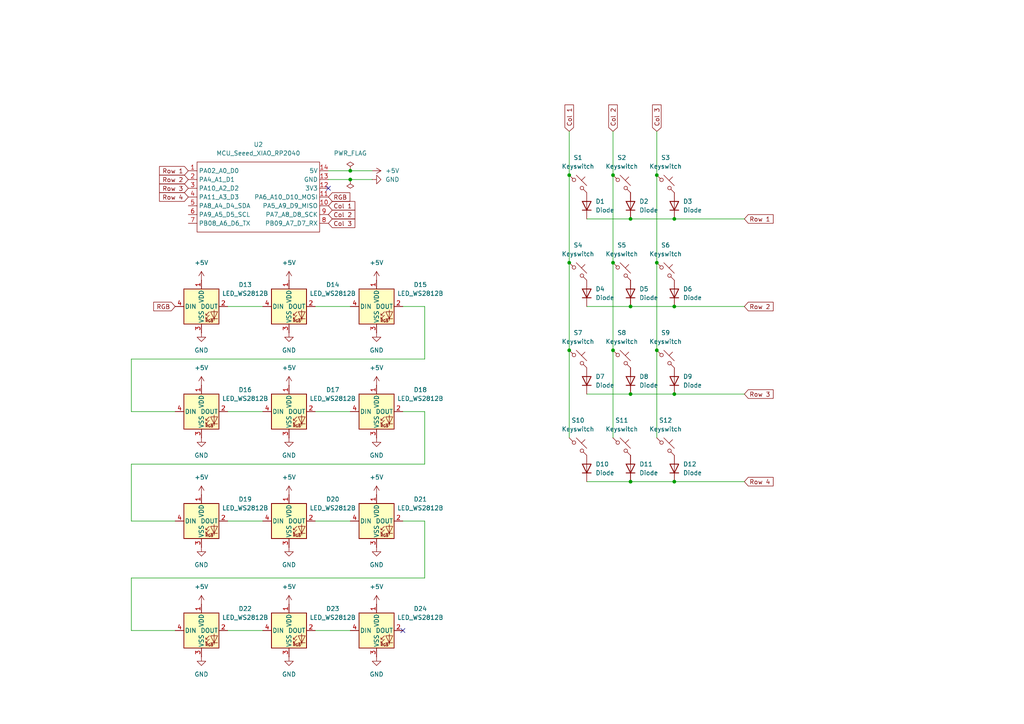
<source format=kicad_sch>
(kicad_sch
	(version 20231120)
	(generator "eeschema")
	(generator_version "8.0")
	(uuid "10314744-4a5a-4568-a90b-ca59315c8486")
	(paper "A4")
	(lib_symbols
		(symbol "ScottoKeebs:LED_WS2812B"
			(pin_names
				(offset 0.254)
			)
			(exclude_from_sim no)
			(in_bom yes)
			(on_board yes)
			(property "Reference" "D"
				(at 5.08 5.715 0)
				(effects
					(font
						(size 1.27 1.27)
					)
					(justify right bottom)
				)
			)
			(property "Value" "LED_WS2812B"
				(at 1.27 -5.715 0)
				(effects
					(font
						(size 1.27 1.27)
					)
					(justify left top)
				)
			)
			(property "Footprint" "ScottoKeebs_Components:LED_WS2812B"
				(at 1.27 -7.62 0)
				(effects
					(font
						(size 1.27 1.27)
					)
					(justify left top)
					(hide yes)
				)
			)
			(property "Datasheet" "https://cdn-shop.adafruit.com/datasheets/WS2812B.pdf"
				(at 2.54 -9.525 0)
				(effects
					(font
						(size 1.27 1.27)
					)
					(justify left top)
					(hide yes)
				)
			)
			(property "Description" "RGB LED with integrated controller"
				(at 0 0 0)
				(effects
					(font
						(size 1.27 1.27)
					)
					(hide yes)
				)
			)
			(property "ki_keywords" "RGB LED NeoPixel addressable"
				(at 0 0 0)
				(effects
					(font
						(size 1.27 1.27)
					)
					(hide yes)
				)
			)
			(property "ki_fp_filters" "LED*WS2812*PLCC*5.0x5.0mm*P3.2mm*"
				(at 0 0 0)
				(effects
					(font
						(size 1.27 1.27)
					)
					(hide yes)
				)
			)
			(symbol "LED_WS2812B_0_0"
				(text "RGB"
					(at 2.286 -4.191 0)
					(effects
						(font
							(size 0.762 0.762)
						)
					)
				)
			)
			(symbol "LED_WS2812B_0_1"
				(polyline
					(pts
						(xy 1.27 -3.556) (xy 1.778 -3.556)
					)
					(stroke
						(width 0)
						(type default)
					)
					(fill
						(type none)
					)
				)
				(polyline
					(pts
						(xy 1.27 -2.54) (xy 1.778 -2.54)
					)
					(stroke
						(width 0)
						(type default)
					)
					(fill
						(type none)
					)
				)
				(polyline
					(pts
						(xy 4.699 -3.556) (xy 2.667 -3.556)
					)
					(stroke
						(width 0)
						(type default)
					)
					(fill
						(type none)
					)
				)
				(polyline
					(pts
						(xy 2.286 -2.54) (xy 1.27 -3.556) (xy 1.27 -3.048)
					)
					(stroke
						(width 0)
						(type default)
					)
					(fill
						(type none)
					)
				)
				(polyline
					(pts
						(xy 2.286 -1.524) (xy 1.27 -2.54) (xy 1.27 -2.032)
					)
					(stroke
						(width 0)
						(type default)
					)
					(fill
						(type none)
					)
				)
				(polyline
					(pts
						(xy 3.683 -1.016) (xy 3.683 -3.556) (xy 3.683 -4.064)
					)
					(stroke
						(width 0)
						(type default)
					)
					(fill
						(type none)
					)
				)
				(polyline
					(pts
						(xy 4.699 -1.524) (xy 2.667 -1.524) (xy 3.683 -3.556) (xy 4.699 -1.524)
					)
					(stroke
						(width 0)
						(type default)
					)
					(fill
						(type none)
					)
				)
				(rectangle
					(start 5.08 5.08)
					(end -5.08 -5.08)
					(stroke
						(width 0.254)
						(type default)
					)
					(fill
						(type background)
					)
				)
			)
			(symbol "LED_WS2812B_1_1"
				(pin power_in line
					(at 0 7.62 270)
					(length 2.54)
					(name "VDD"
						(effects
							(font
								(size 1.27 1.27)
							)
						)
					)
					(number "1"
						(effects
							(font
								(size 1.27 1.27)
							)
						)
					)
				)
				(pin output line
					(at 7.62 0 180)
					(length 2.54)
					(name "DOUT"
						(effects
							(font
								(size 1.27 1.27)
							)
						)
					)
					(number "2"
						(effects
							(font
								(size 1.27 1.27)
							)
						)
					)
				)
				(pin power_in line
					(at 0 -7.62 90)
					(length 2.54)
					(name "VSS"
						(effects
							(font
								(size 1.27 1.27)
							)
						)
					)
					(number "3"
						(effects
							(font
								(size 1.27 1.27)
							)
						)
					)
				)
				(pin input line
					(at -7.62 0 0)
					(length 2.54)
					(name "DIN"
						(effects
							(font
								(size 1.27 1.27)
							)
						)
					)
					(number "4"
						(effects
							(font
								(size 1.27 1.27)
							)
						)
					)
				)
			)
		)
		(symbol "ScottoKeebs:MCU_Seeed_XIAO_RP2040"
			(exclude_from_sim no)
			(in_bom yes)
			(on_board yes)
			(property "Reference" "U"
				(at -16.51 11.43 0)
				(effects
					(font
						(size 1.27 1.27)
					)
				)
			)
			(property "Value" "MCU_Seeed_XIAO_RP2040"
				(at -3.81 -11.43 0)
				(effects
					(font
						(size 1.27 1.27)
					)
				)
			)
			(property "Footprint" ""
				(at -16.51 2.54 0)
				(effects
					(font
						(size 1.27 1.27)
					)
					(hide yes)
				)
			)
			(property "Datasheet" ""
				(at -16.51 2.54 0)
				(effects
					(font
						(size 1.27 1.27)
					)
					(hide yes)
				)
			)
			(property "Description" ""
				(at 0 0 0)
				(effects
					(font
						(size 1.27 1.27)
					)
					(hide yes)
				)
			)
			(symbol "MCU_Seeed_XIAO_RP2040_0_1"
				(rectangle
					(start -16.51 10.16)
					(end 19.05 -10.16)
					(stroke
						(width 0)
						(type default)
					)
					(fill
						(type none)
					)
				)
			)
			(symbol "MCU_Seeed_XIAO_RP2040_1_1"
				(pin passive line
					(at -19.05 7.62 0)
					(length 2.54)
					(name "PA02_A0_D0"
						(effects
							(font
								(size 1.27 1.27)
							)
						)
					)
					(number "1"
						(effects
							(font
								(size 1.27 1.27)
							)
						)
					)
				)
				(pin passive line
					(at 21.59 -2.54 180)
					(length 2.54)
					(name "PA5_A9_D9_MISO"
						(effects
							(font
								(size 1.27 1.27)
							)
						)
					)
					(number "10"
						(effects
							(font
								(size 1.27 1.27)
							)
						)
					)
				)
				(pin passive line
					(at 21.59 0 180)
					(length 2.54)
					(name "PA6_A10_D10_MOSI"
						(effects
							(font
								(size 1.27 1.27)
							)
						)
					)
					(number "11"
						(effects
							(font
								(size 1.27 1.27)
							)
						)
					)
				)
				(pin passive line
					(at 21.59 2.54 180)
					(length 2.54)
					(name "3V3"
						(effects
							(font
								(size 1.27 1.27)
							)
						)
					)
					(number "12"
						(effects
							(font
								(size 1.27 1.27)
							)
						)
					)
				)
				(pin passive line
					(at 21.59 5.08 180)
					(length 2.54)
					(name "GND"
						(effects
							(font
								(size 1.27 1.27)
							)
						)
					)
					(number "13"
						(effects
							(font
								(size 1.27 1.27)
							)
						)
					)
				)
				(pin passive line
					(at 21.59 7.62 180)
					(length 2.54)
					(name "5V"
						(effects
							(font
								(size 1.27 1.27)
							)
						)
					)
					(number "14"
						(effects
							(font
								(size 1.27 1.27)
							)
						)
					)
				)
				(pin passive line
					(at -19.05 5.08 0)
					(length 2.54)
					(name "PA4_A1_D1"
						(effects
							(font
								(size 1.27 1.27)
							)
						)
					)
					(number "2"
						(effects
							(font
								(size 1.27 1.27)
							)
						)
					)
				)
				(pin passive line
					(at -19.05 2.54 0)
					(length 2.54)
					(name "PA10_A2_D2"
						(effects
							(font
								(size 1.27 1.27)
							)
						)
					)
					(number "3"
						(effects
							(font
								(size 1.27 1.27)
							)
						)
					)
				)
				(pin passive line
					(at -19.05 0 0)
					(length 2.54)
					(name "PA11_A3_D3"
						(effects
							(font
								(size 1.27 1.27)
							)
						)
					)
					(number "4"
						(effects
							(font
								(size 1.27 1.27)
							)
						)
					)
				)
				(pin passive line
					(at -19.05 -2.54 0)
					(length 2.54)
					(name "PA8_A4_D4_SDA"
						(effects
							(font
								(size 1.27 1.27)
							)
						)
					)
					(number "5"
						(effects
							(font
								(size 1.27 1.27)
							)
						)
					)
				)
				(pin passive line
					(at -19.05 -5.08 0)
					(length 2.54)
					(name "PA9_A5_D5_SCL"
						(effects
							(font
								(size 1.27 1.27)
							)
						)
					)
					(number "6"
						(effects
							(font
								(size 1.27 1.27)
							)
						)
					)
				)
				(pin passive line
					(at -19.05 -7.62 0)
					(length 2.54)
					(name "PB08_A6_D6_TX"
						(effects
							(font
								(size 1.27 1.27)
							)
						)
					)
					(number "7"
						(effects
							(font
								(size 1.27 1.27)
							)
						)
					)
				)
				(pin passive line
					(at 21.59 -7.62 180)
					(length 2.54)
					(name "PB09_A7_D7_RX"
						(effects
							(font
								(size 1.27 1.27)
							)
						)
					)
					(number "8"
						(effects
							(font
								(size 1.27 1.27)
							)
						)
					)
				)
				(pin passive line
					(at 21.59 -5.08 180)
					(length 2.54)
					(name "PA7_A8_D8_SCK"
						(effects
							(font
								(size 1.27 1.27)
							)
						)
					)
					(number "9"
						(effects
							(font
								(size 1.27 1.27)
							)
						)
					)
				)
			)
		)
		(symbol "ScottoKeebs:Placeholder_Diode"
			(pin_numbers hide)
			(pin_names hide)
			(exclude_from_sim no)
			(in_bom yes)
			(on_board yes)
			(property "Reference" "D"
				(at 0 2.54 0)
				(effects
					(font
						(size 1.27 1.27)
					)
				)
			)
			(property "Value" "Diode"
				(at 0 -2.54 0)
				(effects
					(font
						(size 1.27 1.27)
					)
				)
			)
			(property "Footprint" ""
				(at 0 0 0)
				(effects
					(font
						(size 1.27 1.27)
					)
					(hide yes)
				)
			)
			(property "Datasheet" ""
				(at 0 0 0)
				(effects
					(font
						(size 1.27 1.27)
					)
					(hide yes)
				)
			)
			(property "Description" "1N4148 (DO-35) or 1N4148W (SOD-123)"
				(at 0 0 0)
				(effects
					(font
						(size 1.27 1.27)
					)
					(hide yes)
				)
			)
			(property "Sim.Device" "D"
				(at 0 0 0)
				(effects
					(font
						(size 1.27 1.27)
					)
					(hide yes)
				)
			)
			(property "Sim.Pins" "1=K 2=A"
				(at 0 0 0)
				(effects
					(font
						(size 1.27 1.27)
					)
					(hide yes)
				)
			)
			(property "ki_keywords" "diode"
				(at 0 0 0)
				(effects
					(font
						(size 1.27 1.27)
					)
					(hide yes)
				)
			)
			(property "ki_fp_filters" "D*DO?35*"
				(at 0 0 0)
				(effects
					(font
						(size 1.27 1.27)
					)
					(hide yes)
				)
			)
			(symbol "Placeholder_Diode_0_1"
				(polyline
					(pts
						(xy -1.27 1.27) (xy -1.27 -1.27)
					)
					(stroke
						(width 0.254)
						(type default)
					)
					(fill
						(type none)
					)
				)
				(polyline
					(pts
						(xy 1.27 0) (xy -1.27 0)
					)
					(stroke
						(width 0)
						(type default)
					)
					(fill
						(type none)
					)
				)
				(polyline
					(pts
						(xy 1.27 1.27) (xy 1.27 -1.27) (xy -1.27 0) (xy 1.27 1.27)
					)
					(stroke
						(width 0.254)
						(type default)
					)
					(fill
						(type none)
					)
				)
			)
			(symbol "Placeholder_Diode_1_1"
				(pin passive line
					(at -3.81 0 0)
					(length 2.54)
					(name "K"
						(effects
							(font
								(size 1.27 1.27)
							)
						)
					)
					(number "1"
						(effects
							(font
								(size 1.27 1.27)
							)
						)
					)
				)
				(pin passive line
					(at 3.81 0 180)
					(length 2.54)
					(name "A"
						(effects
							(font
								(size 1.27 1.27)
							)
						)
					)
					(number "2"
						(effects
							(font
								(size 1.27 1.27)
							)
						)
					)
				)
			)
		)
		(symbol "ScottoKeebs:Placeholder_Keyswitch"
			(pin_numbers hide)
			(pin_names
				(offset 1.016) hide)
			(exclude_from_sim no)
			(in_bom yes)
			(on_board yes)
			(property "Reference" "S"
				(at 3.048 1.016 0)
				(effects
					(font
						(size 1.27 1.27)
					)
					(justify left)
				)
			)
			(property "Value" "Keyswitch"
				(at 0 -3.81 0)
				(effects
					(font
						(size 1.27 1.27)
					)
				)
			)
			(property "Footprint" ""
				(at 0 0 0)
				(effects
					(font
						(size 1.27 1.27)
					)
					(hide yes)
				)
			)
			(property "Datasheet" "~"
				(at 0 0 0)
				(effects
					(font
						(size 1.27 1.27)
					)
					(hide yes)
				)
			)
			(property "Description" "Push button switch, normally open, two pins, 45° tilted"
				(at 0 0 0)
				(effects
					(font
						(size 1.27 1.27)
					)
					(hide yes)
				)
			)
			(property "ki_keywords" "switch normally-open pushbutton push-button"
				(at 0 0 0)
				(effects
					(font
						(size 1.27 1.27)
					)
					(hide yes)
				)
			)
			(symbol "Placeholder_Keyswitch_0_1"
				(circle
					(center -1.1684 1.1684)
					(radius 0.508)
					(stroke
						(width 0)
						(type default)
					)
					(fill
						(type none)
					)
				)
				(polyline
					(pts
						(xy -0.508 2.54) (xy 2.54 -0.508)
					)
					(stroke
						(width 0)
						(type default)
					)
					(fill
						(type none)
					)
				)
				(polyline
					(pts
						(xy 1.016 1.016) (xy 2.032 2.032)
					)
					(stroke
						(width 0)
						(type default)
					)
					(fill
						(type none)
					)
				)
				(polyline
					(pts
						(xy -2.54 2.54) (xy -1.524 1.524) (xy -1.524 1.524)
					)
					(stroke
						(width 0)
						(type default)
					)
					(fill
						(type none)
					)
				)
				(polyline
					(pts
						(xy 1.524 -1.524) (xy 2.54 -2.54) (xy 2.54 -2.54) (xy 2.54 -2.54)
					)
					(stroke
						(width 0)
						(type default)
					)
					(fill
						(type none)
					)
				)
				(circle
					(center 1.143 -1.1938)
					(radius 0.508)
					(stroke
						(width 0)
						(type default)
					)
					(fill
						(type none)
					)
				)
				(pin passive line
					(at -2.54 2.54 0)
					(length 0)
					(name "1"
						(effects
							(font
								(size 1.27 1.27)
							)
						)
					)
					(number "1"
						(effects
							(font
								(size 1.27 1.27)
							)
						)
					)
				)
				(pin passive line
					(at 2.54 -2.54 180)
					(length 0)
					(name "2"
						(effects
							(font
								(size 1.27 1.27)
							)
						)
					)
					(number "2"
						(effects
							(font
								(size 1.27 1.27)
							)
						)
					)
				)
			)
		)
		(symbol "power:+5V"
			(power)
			(pin_numbers hide)
			(pin_names
				(offset 0) hide)
			(exclude_from_sim no)
			(in_bom yes)
			(on_board yes)
			(property "Reference" "#PWR"
				(at 0 -3.81 0)
				(effects
					(font
						(size 1.27 1.27)
					)
					(hide yes)
				)
			)
			(property "Value" "+5V"
				(at 0 3.556 0)
				(effects
					(font
						(size 1.27 1.27)
					)
				)
			)
			(property "Footprint" ""
				(at 0 0 0)
				(effects
					(font
						(size 1.27 1.27)
					)
					(hide yes)
				)
			)
			(property "Datasheet" ""
				(at 0 0 0)
				(effects
					(font
						(size 1.27 1.27)
					)
					(hide yes)
				)
			)
			(property "Description" "Power symbol creates a global label with name \"+5V\""
				(at 0 0 0)
				(effects
					(font
						(size 1.27 1.27)
					)
					(hide yes)
				)
			)
			(property "ki_keywords" "global power"
				(at 0 0 0)
				(effects
					(font
						(size 1.27 1.27)
					)
					(hide yes)
				)
			)
			(symbol "+5V_0_1"
				(polyline
					(pts
						(xy -0.762 1.27) (xy 0 2.54)
					)
					(stroke
						(width 0)
						(type default)
					)
					(fill
						(type none)
					)
				)
				(polyline
					(pts
						(xy 0 0) (xy 0 2.54)
					)
					(stroke
						(width 0)
						(type default)
					)
					(fill
						(type none)
					)
				)
				(polyline
					(pts
						(xy 0 2.54) (xy 0.762 1.27)
					)
					(stroke
						(width 0)
						(type default)
					)
					(fill
						(type none)
					)
				)
			)
			(symbol "+5V_1_1"
				(pin power_in line
					(at 0 0 90)
					(length 0)
					(name "~"
						(effects
							(font
								(size 1.27 1.27)
							)
						)
					)
					(number "1"
						(effects
							(font
								(size 1.27 1.27)
							)
						)
					)
				)
			)
		)
		(symbol "power:GND"
			(power)
			(pin_numbers hide)
			(pin_names
				(offset 0) hide)
			(exclude_from_sim no)
			(in_bom yes)
			(on_board yes)
			(property "Reference" "#PWR"
				(at 0 -6.35 0)
				(effects
					(font
						(size 1.27 1.27)
					)
					(hide yes)
				)
			)
			(property "Value" "GND"
				(at 0 -3.81 0)
				(effects
					(font
						(size 1.27 1.27)
					)
				)
			)
			(property "Footprint" ""
				(at 0 0 0)
				(effects
					(font
						(size 1.27 1.27)
					)
					(hide yes)
				)
			)
			(property "Datasheet" ""
				(at 0 0 0)
				(effects
					(font
						(size 1.27 1.27)
					)
					(hide yes)
				)
			)
			(property "Description" "Power symbol creates a global label with name \"GND\" , ground"
				(at 0 0 0)
				(effects
					(font
						(size 1.27 1.27)
					)
					(hide yes)
				)
			)
			(property "ki_keywords" "global power"
				(at 0 0 0)
				(effects
					(font
						(size 1.27 1.27)
					)
					(hide yes)
				)
			)
			(symbol "GND_0_1"
				(polyline
					(pts
						(xy 0 0) (xy 0 -1.27) (xy 1.27 -1.27) (xy 0 -2.54) (xy -1.27 -1.27) (xy 0 -1.27)
					)
					(stroke
						(width 0)
						(type default)
					)
					(fill
						(type none)
					)
				)
			)
			(symbol "GND_1_1"
				(pin power_in line
					(at 0 0 270)
					(length 0)
					(name "~"
						(effects
							(font
								(size 1.27 1.27)
							)
						)
					)
					(number "1"
						(effects
							(font
								(size 1.27 1.27)
							)
						)
					)
				)
			)
		)
		(symbol "power:PWR_FLAG"
			(power)
			(pin_numbers hide)
			(pin_names
				(offset 0) hide)
			(exclude_from_sim no)
			(in_bom yes)
			(on_board yes)
			(property "Reference" "#FLG"
				(at 0 1.905 0)
				(effects
					(font
						(size 1.27 1.27)
					)
					(hide yes)
				)
			)
			(property "Value" "PWR_FLAG"
				(at 0 3.81 0)
				(effects
					(font
						(size 1.27 1.27)
					)
				)
			)
			(property "Footprint" ""
				(at 0 0 0)
				(effects
					(font
						(size 1.27 1.27)
					)
					(hide yes)
				)
			)
			(property "Datasheet" "~"
				(at 0 0 0)
				(effects
					(font
						(size 1.27 1.27)
					)
					(hide yes)
				)
			)
			(property "Description" "Special symbol for telling ERC where power comes from"
				(at 0 0 0)
				(effects
					(font
						(size 1.27 1.27)
					)
					(hide yes)
				)
			)
			(property "ki_keywords" "flag power"
				(at 0 0 0)
				(effects
					(font
						(size 1.27 1.27)
					)
					(hide yes)
				)
			)
			(symbol "PWR_FLAG_0_0"
				(pin power_out line
					(at 0 0 90)
					(length 0)
					(name "~"
						(effects
							(font
								(size 1.27 1.27)
							)
						)
					)
					(number "1"
						(effects
							(font
								(size 1.27 1.27)
							)
						)
					)
				)
			)
			(symbol "PWR_FLAG_0_1"
				(polyline
					(pts
						(xy 0 0) (xy 0 1.27) (xy -1.016 1.905) (xy 0 2.54) (xy 1.016 1.905) (xy 0 1.27)
					)
					(stroke
						(width 0)
						(type default)
					)
					(fill
						(type none)
					)
				)
			)
		)
	)
	(junction
		(at 182.88 139.7)
		(diameter 0)
		(color 0 0 0 0)
		(uuid "26778d72-bee3-4143-994c-00e79e57a6b0")
	)
	(junction
		(at 177.8 76.2)
		(diameter 0)
		(color 0 0 0 0)
		(uuid "286492ee-b701-43a4-b8fe-c8e0917f7920")
	)
	(junction
		(at 195.58 139.7)
		(diameter 0)
		(color 0 0 0 0)
		(uuid "2977244c-2a11-41c7-b837-7a57207fc00f")
	)
	(junction
		(at 182.88 63.5)
		(diameter 0)
		(color 0 0 0 0)
		(uuid "2b1b245c-6a96-4884-9810-0a8df3d5423f")
	)
	(junction
		(at 195.58 88.9)
		(diameter 0)
		(color 0 0 0 0)
		(uuid "2dbeb279-caa8-4c83-ae2f-df8382f6590e")
	)
	(junction
		(at 190.5 101.6)
		(diameter 0)
		(color 0 0 0 0)
		(uuid "306d75ab-5df5-4119-b41b-8f40abeb18e1")
	)
	(junction
		(at 177.8 101.6)
		(diameter 0)
		(color 0 0 0 0)
		(uuid "3254f376-ce4d-4f40-81a7-b32574aa2cca")
	)
	(junction
		(at 190.5 76.2)
		(diameter 0)
		(color 0 0 0 0)
		(uuid "41e16624-194b-4f88-875d-42f27d3d1ac6")
	)
	(junction
		(at 182.88 114.3)
		(diameter 0)
		(color 0 0 0 0)
		(uuid "4feeba16-8ce8-4999-938e-94e577778bf0")
	)
	(junction
		(at 182.88 88.9)
		(diameter 0)
		(color 0 0 0 0)
		(uuid "5424a094-4118-408f-a6f1-c10c6eeed555")
	)
	(junction
		(at 177.8 50.8)
		(diameter 0)
		(color 0 0 0 0)
		(uuid "5742c591-0b8b-40ea-837c-d035c9559b0c")
	)
	(junction
		(at 165.1 76.2)
		(diameter 0)
		(color 0 0 0 0)
		(uuid "81689d01-8d6f-45ac-a27a-4e747fca1713")
	)
	(junction
		(at 165.1 50.8)
		(diameter 0)
		(color 0 0 0 0)
		(uuid "8173b2fb-f42e-46c3-bb9c-63cd2cc373c8")
	)
	(junction
		(at 190.5 50.8)
		(diameter 0)
		(color 0 0 0 0)
		(uuid "84060aa7-c401-4685-81ac-af98763afee9")
	)
	(junction
		(at 195.58 63.5)
		(diameter 0)
		(color 0 0 0 0)
		(uuid "9969a5a2-06d9-4fe0-86e5-f90077f9afb0")
	)
	(junction
		(at 101.6 49.53)
		(diameter 0)
		(color 0 0 0 0)
		(uuid "a415d842-ac0d-44ce-aef1-ac49aa19eb2d")
	)
	(junction
		(at 101.6 52.07)
		(diameter 0)
		(color 0 0 0 0)
		(uuid "a74d4b5c-c58e-43ae-ba3f-f4125381f63b")
	)
	(junction
		(at 195.58 114.3)
		(diameter 0)
		(color 0 0 0 0)
		(uuid "b9e71744-adc3-4bd9-b60d-3243caa0578e")
	)
	(junction
		(at 165.1 101.6)
		(diameter 0)
		(color 0 0 0 0)
		(uuid "d6fcd69f-5f47-4ac7-b27f-2ef51ab7b691")
	)
	(no_connect
		(at 116.84 182.88)
		(uuid "19dde4b4-d5d2-4a24-839e-99c723d2fc31")
	)
	(no_connect
		(at 95.25 54.61)
		(uuid "d4ca7613-e39b-4552-8188-3c248bb07f73")
	)
	(wire
		(pts
			(xy 38.1 119.38) (xy 50.8 119.38)
		)
		(stroke
			(width 0)
			(type default)
		)
		(uuid "025272be-7639-4180-baff-fe86a32772b3")
	)
	(wire
		(pts
			(xy 195.58 139.7) (xy 215.9 139.7)
		)
		(stroke
			(width 0)
			(type default)
		)
		(uuid "026150ef-fe2a-49e7-b9dc-0ece81086328")
	)
	(wire
		(pts
			(xy 177.8 76.2) (xy 177.8 101.6)
		)
		(stroke
			(width 0)
			(type default)
		)
		(uuid "069a8775-222c-452e-9224-23b3183c13f3")
	)
	(wire
		(pts
			(xy 190.5 50.8) (xy 190.5 76.2)
		)
		(stroke
			(width 0)
			(type default)
		)
		(uuid "0a998042-59b7-451b-85c3-6825bf21c7c0")
	)
	(wire
		(pts
			(xy 177.8 38.1) (xy 177.8 50.8)
		)
		(stroke
			(width 0)
			(type default)
		)
		(uuid "0bcd18b6-88db-4f21-8145-31e07719b723")
	)
	(wire
		(pts
			(xy 91.44 182.88) (xy 101.6 182.88)
		)
		(stroke
			(width 0)
			(type default)
		)
		(uuid "128b6a62-a02c-465b-9fce-e83355094613")
	)
	(wire
		(pts
			(xy 165.1 50.8) (xy 165.1 76.2)
		)
		(stroke
			(width 0)
			(type default)
		)
		(uuid "1428fb9e-3d5a-49d6-8b9c-e1e229ba8b74")
	)
	(wire
		(pts
			(xy 116.84 119.38) (xy 123.19 119.38)
		)
		(stroke
			(width 0)
			(type default)
		)
		(uuid "212b23be-e26a-4008-9f02-b6cfc8a1a2f8")
	)
	(wire
		(pts
			(xy 177.8 50.8) (xy 177.8 76.2)
		)
		(stroke
			(width 0)
			(type default)
		)
		(uuid "214bc5e1-af1c-42f2-8663-d8c423b46fe2")
	)
	(wire
		(pts
			(xy 182.88 88.9) (xy 195.58 88.9)
		)
		(stroke
			(width 0)
			(type default)
		)
		(uuid "3a90541b-71ca-45fe-92e9-33dc9417f6b8")
	)
	(wire
		(pts
			(xy 195.58 88.9) (xy 215.9 88.9)
		)
		(stroke
			(width 0)
			(type default)
		)
		(uuid "3e942829-9092-4b88-bbfd-41acbd322dda")
	)
	(wire
		(pts
			(xy 66.04 151.13) (xy 76.2 151.13)
		)
		(stroke
			(width 0)
			(type default)
		)
		(uuid "4208b598-491e-4bed-bea2-7bc0c843fde3")
	)
	(wire
		(pts
			(xy 123.19 88.9) (xy 123.19 104.14)
		)
		(stroke
			(width 0)
			(type default)
		)
		(uuid "4e43bdf3-70c0-4e1f-994e-b76851d6a511")
	)
	(wire
		(pts
			(xy 91.44 119.38) (xy 101.6 119.38)
		)
		(stroke
			(width 0)
			(type default)
		)
		(uuid "5b1b7dcf-211d-4a78-9fe5-0561960352e6")
	)
	(wire
		(pts
			(xy 95.25 49.53) (xy 101.6 49.53)
		)
		(stroke
			(width 0)
			(type default)
		)
		(uuid "64aa57a5-91cf-4826-808b-2d58d7455bde")
	)
	(wire
		(pts
			(xy 123.19 134.62) (xy 38.1 134.62)
		)
		(stroke
			(width 0)
			(type default)
		)
		(uuid "655b71c9-4b95-4dd9-ad0f-0d07a3d13c39")
	)
	(wire
		(pts
			(xy 165.1 76.2) (xy 165.1 101.6)
		)
		(stroke
			(width 0)
			(type default)
		)
		(uuid "6753529a-61dd-4c07-a154-0a8464f6fc8b")
	)
	(wire
		(pts
			(xy 182.88 63.5) (xy 195.58 63.5)
		)
		(stroke
			(width 0)
			(type default)
		)
		(uuid "67765da0-8e05-4887-94d7-12853e4870ba")
	)
	(wire
		(pts
			(xy 165.1 101.6) (xy 165.1 127)
		)
		(stroke
			(width 0)
			(type default)
		)
		(uuid "72161b8e-c96d-48fd-9b09-ff1c0fdc95c1")
	)
	(wire
		(pts
			(xy 170.18 139.7) (xy 182.88 139.7)
		)
		(stroke
			(width 0)
			(type default)
		)
		(uuid "72d0a290-1adb-425e-aff5-645d6368a6c2")
	)
	(wire
		(pts
			(xy 66.04 88.9) (xy 76.2 88.9)
		)
		(stroke
			(width 0)
			(type default)
		)
		(uuid "7bf9b229-40be-4d21-9699-e8cc76fca62f")
	)
	(wire
		(pts
			(xy 190.5 76.2) (xy 190.5 101.6)
		)
		(stroke
			(width 0)
			(type default)
		)
		(uuid "821ffdb5-7d1e-4426-a0ae-56dfdda234fe")
	)
	(wire
		(pts
			(xy 91.44 88.9) (xy 101.6 88.9)
		)
		(stroke
			(width 0)
			(type default)
		)
		(uuid "89e3c007-98f1-478e-833f-414c185f9a0d")
	)
	(wire
		(pts
			(xy 170.18 88.9) (xy 182.88 88.9)
		)
		(stroke
			(width 0)
			(type default)
		)
		(uuid "8bc7fa9e-df68-4d8a-b171-afae0f93ddec")
	)
	(wire
		(pts
			(xy 165.1 38.1) (xy 165.1 50.8)
		)
		(stroke
			(width 0)
			(type default)
		)
		(uuid "8e5f8f68-b97a-4ea5-82f8-508b26edd1f4")
	)
	(wire
		(pts
			(xy 182.88 139.7) (xy 195.58 139.7)
		)
		(stroke
			(width 0)
			(type default)
		)
		(uuid "9316228c-bf68-4e0e-854e-c92353dde000")
	)
	(wire
		(pts
			(xy 190.5 101.6) (xy 190.5 127)
		)
		(stroke
			(width 0)
			(type default)
		)
		(uuid "947be518-e7b4-47e1-87a5-ddea91cb125c")
	)
	(wire
		(pts
			(xy 95.25 52.07) (xy 101.6 52.07)
		)
		(stroke
			(width 0)
			(type default)
		)
		(uuid "9929c21f-25eb-4e94-bb22-74b600548b8c")
	)
	(wire
		(pts
			(xy 101.6 49.53) (xy 107.95 49.53)
		)
		(stroke
			(width 0)
			(type default)
		)
		(uuid "9c408909-bec0-410f-b6f7-f09e11fa4b4e")
	)
	(wire
		(pts
			(xy 195.58 114.3) (xy 215.9 114.3)
		)
		(stroke
			(width 0)
			(type default)
		)
		(uuid "9d4375bf-8241-43f5-b13d-b080ab595151")
	)
	(wire
		(pts
			(xy 38.1 134.62) (xy 38.1 151.13)
		)
		(stroke
			(width 0)
			(type default)
		)
		(uuid "a8b8b4ad-f7c6-4e46-951e-51a0c46c14d7")
	)
	(wire
		(pts
			(xy 123.19 119.38) (xy 123.19 134.62)
		)
		(stroke
			(width 0)
			(type default)
		)
		(uuid "aab6cfa7-149d-4171-8ac4-0c9e617383c5")
	)
	(wire
		(pts
			(xy 101.6 52.07) (xy 107.95 52.07)
		)
		(stroke
			(width 0)
			(type default)
		)
		(uuid "adc5d114-f430-4b26-8942-98cc5a37f750")
	)
	(wire
		(pts
			(xy 38.1 182.88) (xy 50.8 182.88)
		)
		(stroke
			(width 0)
			(type default)
		)
		(uuid "b078668e-f39a-40a9-8f4f-e5a537dd1cd2")
	)
	(wire
		(pts
			(xy 195.58 63.5) (xy 215.9 63.5)
		)
		(stroke
			(width 0)
			(type default)
		)
		(uuid "b5fea5e4-216b-47f8-a307-82e59360e7e9")
	)
	(wire
		(pts
			(xy 38.1 104.14) (xy 38.1 119.38)
		)
		(stroke
			(width 0)
			(type default)
		)
		(uuid "b96594d5-d921-458e-aa08-6edeccedaef5")
	)
	(wire
		(pts
			(xy 190.5 38.1) (xy 190.5 50.8)
		)
		(stroke
			(width 0)
			(type default)
		)
		(uuid "bd62e1da-9c1d-40c3-95ea-2af429cf3dc4")
	)
	(wire
		(pts
			(xy 66.04 119.38) (xy 76.2 119.38)
		)
		(stroke
			(width 0)
			(type default)
		)
		(uuid "c19f6f1b-b7d1-4353-8cce-05b9155d30d1")
	)
	(wire
		(pts
			(xy 123.19 104.14) (xy 38.1 104.14)
		)
		(stroke
			(width 0)
			(type default)
		)
		(uuid "c4dbfd4e-f93a-4ee3-aee4-c9083e70bfc8")
	)
	(wire
		(pts
			(xy 170.18 114.3) (xy 182.88 114.3)
		)
		(stroke
			(width 0)
			(type default)
		)
		(uuid "cadd498f-bb23-4365-b913-41dda3b56b02")
	)
	(wire
		(pts
			(xy 123.19 167.64) (xy 38.1 167.64)
		)
		(stroke
			(width 0)
			(type default)
		)
		(uuid "d0d6b441-3dd1-46e0-bc91-6e20af561b95")
	)
	(wire
		(pts
			(xy 91.44 151.13) (xy 101.6 151.13)
		)
		(stroke
			(width 0)
			(type default)
		)
		(uuid "d6cd8c16-46d2-4785-b6ad-916f97ad9ba8")
	)
	(wire
		(pts
			(xy 177.8 101.6) (xy 177.8 127)
		)
		(stroke
			(width 0)
			(type default)
		)
		(uuid "d7f2ef5c-d12b-44c4-b439-c4f9cfa7e0fe")
	)
	(wire
		(pts
			(xy 123.19 151.13) (xy 123.19 167.64)
		)
		(stroke
			(width 0)
			(type default)
		)
		(uuid "dc2ea13e-25a5-49ba-840a-b946189d6bf2")
	)
	(wire
		(pts
			(xy 38.1 151.13) (xy 50.8 151.13)
		)
		(stroke
			(width 0)
			(type default)
		)
		(uuid "e50a400b-8cdb-4875-b64b-dd8cb10ad89a")
	)
	(wire
		(pts
			(xy 116.84 88.9) (xy 123.19 88.9)
		)
		(stroke
			(width 0)
			(type default)
		)
		(uuid "e9253711-b606-4c7a-932d-2136215493b0")
	)
	(wire
		(pts
			(xy 66.04 182.88) (xy 76.2 182.88)
		)
		(stroke
			(width 0)
			(type default)
		)
		(uuid "ee50f691-f3bd-454f-a187-9688a2bac686")
	)
	(wire
		(pts
			(xy 116.84 151.13) (xy 123.19 151.13)
		)
		(stroke
			(width 0)
			(type default)
		)
		(uuid "f23c98ad-51c0-41c7-a123-8d88818fb688")
	)
	(wire
		(pts
			(xy 170.18 63.5) (xy 182.88 63.5)
		)
		(stroke
			(width 0)
			(type default)
		)
		(uuid "f606849e-5f3b-4198-9aed-bc5aff76f05c")
	)
	(wire
		(pts
			(xy 182.88 114.3) (xy 195.58 114.3)
		)
		(stroke
			(width 0)
			(type default)
		)
		(uuid "f9ccb08a-464d-464d-99b2-5415e17f74cd")
	)
	(wire
		(pts
			(xy 38.1 167.64) (xy 38.1 182.88)
		)
		(stroke
			(width 0)
			(type default)
		)
		(uuid "fe29142d-9ac1-4c81-b6e4-610eebbf909e")
	)
	(global_label "Col 3"
		(shape input)
		(at 190.5 38.1 90)
		(fields_autoplaced yes)
		(effects
			(font
				(size 1.27 1.27)
			)
			(justify left)
		)
		(uuid "0d546f6d-7f87-4ce6-a42e-9acc9e3932a0")
		(property "Intersheetrefs" "${INTERSHEET_REFS}"
			(at 190.5 29.8535 90)
			(effects
				(font
					(size 1.27 1.27)
				)
				(justify left)
				(hide yes)
			)
		)
	)
	(global_label "Row 2"
		(shape input)
		(at 54.61 52.07 180)
		(fields_autoplaced yes)
		(effects
			(font
				(size 1.27 1.27)
			)
			(justify right)
		)
		(uuid "0d96355c-2529-41fb-9037-4c0871e0b4bf")
		(property "Intersheetrefs" "${INTERSHEET_REFS}"
			(at 45.6982 52.07 0)
			(effects
				(font
					(size 1.27 1.27)
				)
				(justify right)
				(hide yes)
			)
		)
	)
	(global_label "Col 1"
		(shape input)
		(at 95.25 59.69 0)
		(fields_autoplaced yes)
		(effects
			(font
				(size 1.27 1.27)
			)
			(justify left)
		)
		(uuid "166246dd-0fc4-4904-8401-4dc097610a33")
		(property "Intersheetrefs" "${INTERSHEET_REFS}"
			(at 103.4965 59.69 0)
			(effects
				(font
					(size 1.27 1.27)
				)
				(justify left)
				(hide yes)
			)
		)
	)
	(global_label "Row 4"
		(shape input)
		(at 215.9 139.7 0)
		(fields_autoplaced yes)
		(effects
			(font
				(size 1.27 1.27)
			)
			(justify left)
		)
		(uuid "17bfd0d0-e8ae-4c40-aa79-4ac9becfb601")
		(property "Intersheetrefs" "${INTERSHEET_REFS}"
			(at 224.8118 139.7 0)
			(effects
				(font
					(size 1.27 1.27)
				)
				(justify left)
				(hide yes)
			)
		)
	)
	(global_label "Col 2"
		(shape input)
		(at 95.25 62.23 0)
		(fields_autoplaced yes)
		(effects
			(font
				(size 1.27 1.27)
			)
			(justify left)
		)
		(uuid "1d9edd0f-a9d8-41dc-b514-695b48c15f4b")
		(property "Intersheetrefs" "${INTERSHEET_REFS}"
			(at 103.4965 62.23 0)
			(effects
				(font
					(size 1.27 1.27)
				)
				(justify left)
				(hide yes)
			)
		)
	)
	(global_label "Row 1"
		(shape input)
		(at 215.9 63.5 0)
		(fields_autoplaced yes)
		(effects
			(font
				(size 1.27 1.27)
			)
			(justify left)
		)
		(uuid "20568735-10a5-4af5-9ff0-9b7db6bddfe3")
		(property "Intersheetrefs" "${INTERSHEET_REFS}"
			(at 224.8118 63.5 0)
			(effects
				(font
					(size 1.27 1.27)
				)
				(justify left)
				(hide yes)
			)
		)
	)
	(global_label "RGB"
		(shape input)
		(at 95.25 57.15 0)
		(fields_autoplaced yes)
		(effects
			(font
				(size 1.27 1.27)
			)
			(justify left)
		)
		(uuid "20fd3e10-be60-48ae-b0b6-734cb89bfd63")
		(property "Intersheetrefs" "${INTERSHEET_REFS}"
			(at 102.0452 57.15 0)
			(effects
				(font
					(size 1.27 1.27)
				)
				(justify left)
				(hide yes)
			)
		)
	)
	(global_label "Col 1"
		(shape input)
		(at 165.1 38.1 90)
		(fields_autoplaced yes)
		(effects
			(font
				(size 1.27 1.27)
			)
			(justify left)
		)
		(uuid "26886942-b113-4878-8340-3e9991d579ad")
		(property "Intersheetrefs" "${INTERSHEET_REFS}"
			(at 165.1 29.8535 90)
			(effects
				(font
					(size 1.27 1.27)
				)
				(justify left)
				(hide yes)
			)
		)
	)
	(global_label "Col 3"
		(shape input)
		(at 95.25 64.77 0)
		(fields_autoplaced yes)
		(effects
			(font
				(size 1.27 1.27)
			)
			(justify left)
		)
		(uuid "45e266be-c64e-45ea-92f4-dccddc76446a")
		(property "Intersheetrefs" "${INTERSHEET_REFS}"
			(at 103.4965 64.77 0)
			(effects
				(font
					(size 1.27 1.27)
				)
				(justify left)
				(hide yes)
			)
		)
	)
	(global_label "Row 2"
		(shape input)
		(at 215.9 88.9 0)
		(fields_autoplaced yes)
		(effects
			(font
				(size 1.27 1.27)
			)
			(justify left)
		)
		(uuid "4d964685-73bc-4308-af6f-3dce4164820f")
		(property "Intersheetrefs" "${INTERSHEET_REFS}"
			(at 224.8118 88.9 0)
			(effects
				(font
					(size 1.27 1.27)
				)
				(justify left)
				(hide yes)
			)
		)
	)
	(global_label "RGB"
		(shape input)
		(at 50.8 88.9 180)
		(fields_autoplaced yes)
		(effects
			(font
				(size 1.27 1.27)
			)
			(justify right)
		)
		(uuid "63dd9040-442f-442f-bec7-864f963c6b72")
		(property "Intersheetrefs" "${INTERSHEET_REFS}"
			(at 44.0048 88.9 0)
			(effects
				(font
					(size 1.27 1.27)
				)
				(justify right)
				(hide yes)
			)
		)
	)
	(global_label "Row 3"
		(shape input)
		(at 54.61 54.61 180)
		(fields_autoplaced yes)
		(effects
			(font
				(size 1.27 1.27)
			)
			(justify right)
		)
		(uuid "839ec161-3fd4-4c05-b108-4ffa2b14a701")
		(property "Intersheetrefs" "${INTERSHEET_REFS}"
			(at 45.6982 54.61 0)
			(effects
				(font
					(size 1.27 1.27)
				)
				(justify right)
				(hide yes)
			)
		)
	)
	(global_label "Col 2"
		(shape input)
		(at 177.8 38.1 90)
		(fields_autoplaced yes)
		(effects
			(font
				(size 1.27 1.27)
			)
			(justify left)
		)
		(uuid "840f229f-7b37-455b-9dab-cb8b10d4717b")
		(property "Intersheetrefs" "${INTERSHEET_REFS}"
			(at 177.8 29.8535 90)
			(effects
				(font
					(size 1.27 1.27)
				)
				(justify left)
				(hide yes)
			)
		)
	)
	(global_label "Row 3"
		(shape input)
		(at 215.9 114.3 0)
		(fields_autoplaced yes)
		(effects
			(font
				(size 1.27 1.27)
			)
			(justify left)
		)
		(uuid "aab68897-ab94-4259-b0a8-2a6e8115dc49")
		(property "Intersheetrefs" "${INTERSHEET_REFS}"
			(at 224.8118 114.3 0)
			(effects
				(font
					(size 1.27 1.27)
				)
				(justify left)
				(hide yes)
			)
		)
	)
	(global_label "Row 4"
		(shape input)
		(at 54.61 57.15 180)
		(fields_autoplaced yes)
		(effects
			(font
				(size 1.27 1.27)
			)
			(justify right)
		)
		(uuid "ed00ec94-6b6f-4ccf-b82d-4b74b3992d08")
		(property "Intersheetrefs" "${INTERSHEET_REFS}"
			(at 45.6982 57.15 0)
			(effects
				(font
					(size 1.27 1.27)
				)
				(justify right)
				(hide yes)
			)
		)
	)
	(global_label "Row 1"
		(shape input)
		(at 54.61 49.53 180)
		(fields_autoplaced yes)
		(effects
			(font
				(size 1.27 1.27)
			)
			(justify right)
		)
		(uuid "fe0711fa-89d6-4826-8fb6-e4c05da199b2")
		(property "Intersheetrefs" "${INTERSHEET_REFS}"
			(at 45.6982 49.53 0)
			(effects
				(font
					(size 1.27 1.27)
				)
				(justify right)
				(hide yes)
			)
		)
	)
	(symbol
		(lib_id "power:+5V")
		(at 109.22 81.28 0)
		(unit 1)
		(exclude_from_sim no)
		(in_bom yes)
		(on_board yes)
		(dnp no)
		(fields_autoplaced yes)
		(uuid "024313c2-eb2d-4163-a92a-e349d7af0de1")
		(property "Reference" "#PWR07"
			(at 109.22 85.09 0)
			(effects
				(font
					(size 1.27 1.27)
				)
				(hide yes)
			)
		)
		(property "Value" "+5V"
			(at 109.22 76.2 0)
			(effects
				(font
					(size 1.27 1.27)
				)
			)
		)
		(property "Footprint" ""
			(at 109.22 81.28 0)
			(effects
				(font
					(size 1.27 1.27)
				)
				(hide yes)
			)
		)
		(property "Datasheet" ""
			(at 109.22 81.28 0)
			(effects
				(font
					(size 1.27 1.27)
				)
				(hide yes)
			)
		)
		(property "Description" "Power symbol creates a global label with name \"+5V\""
			(at 109.22 81.28 0)
			(effects
				(font
					(size 1.27 1.27)
				)
				(hide yes)
			)
		)
		(pin "1"
			(uuid "1fa6425b-421a-41be-94fc-ce4552f64c23")
		)
		(instances
			(project "hackpad"
				(path "/10314744-4a5a-4568-a90b-ca59315c8486"
					(reference "#PWR07")
					(unit 1)
				)
			)
		)
	)
	(symbol
		(lib_id "ScottoKeebs:Placeholder_Diode")
		(at 195.58 85.09 90)
		(unit 1)
		(exclude_from_sim no)
		(in_bom yes)
		(on_board yes)
		(dnp no)
		(fields_autoplaced yes)
		(uuid "05be2404-30ee-4bb3-83d0-c2baec5ed66f")
		(property "Reference" "D6"
			(at 198.12 83.8199 90)
			(effects
				(font
					(size 1.27 1.27)
				)
				(justify right)
			)
		)
		(property "Value" "Diode"
			(at 198.12 86.3599 90)
			(effects
				(font
					(size 1.27 1.27)
				)
				(justify right)
			)
		)
		(property "Footprint" "ScottoKeebs_Components:Diode_DO-35"
			(at 195.58 85.09 0)
			(effects
				(font
					(size 1.27 1.27)
				)
				(hide yes)
			)
		)
		(property "Datasheet" ""
			(at 195.58 85.09 0)
			(effects
				(font
					(size 1.27 1.27)
				)
				(hide yes)
			)
		)
		(property "Description" "1N4148 (DO-35) or 1N4148W (SOD-123)"
			(at 195.58 85.09 0)
			(effects
				(font
					(size 1.27 1.27)
				)
				(hide yes)
			)
		)
		(property "Sim.Device" "D"
			(at 195.58 85.09 0)
			(effects
				(font
					(size 1.27 1.27)
				)
				(hide yes)
			)
		)
		(property "Sim.Pins" "1=K 2=A"
			(at 195.58 85.09 0)
			(effects
				(font
					(size 1.27 1.27)
				)
				(hide yes)
			)
		)
		(pin "2"
			(uuid "968bc2f5-7a4c-4254-a4d1-efe71784a423")
		)
		(pin "1"
			(uuid "ee313deb-fc3c-4c44-b8b2-57314018947b")
		)
		(instances
			(project "hackpad"
				(path "/10314744-4a5a-4568-a90b-ca59315c8486"
					(reference "D6")
					(unit 1)
				)
			)
		)
	)
	(symbol
		(lib_id "ScottoKeebs:Placeholder_Keyswitch")
		(at 180.34 78.74 0)
		(unit 1)
		(exclude_from_sim no)
		(in_bom yes)
		(on_board yes)
		(dnp no)
		(fields_autoplaced yes)
		(uuid "06aadd50-b5a5-4f2d-81a7-9dfd2f5ce894")
		(property "Reference" "S5"
			(at 180.34 71.12 0)
			(effects
				(font
					(size 1.27 1.27)
				)
			)
		)
		(property "Value" "Keyswitch"
			(at 180.34 73.66 0)
			(effects
				(font
					(size 1.27 1.27)
				)
			)
		)
		(property "Footprint" "ScottoKeebs_MX:MX_PCB_1.00u"
			(at 180.34 78.74 0)
			(effects
				(font
					(size 1.27 1.27)
				)
				(hide yes)
			)
		)
		(property "Datasheet" "~"
			(at 180.34 78.74 0)
			(effects
				(font
					(size 1.27 1.27)
				)
				(hide yes)
			)
		)
		(property "Description" "Push button switch, normally open, two pins, 45° tilted"
			(at 180.34 78.74 0)
			(effects
				(font
					(size 1.27 1.27)
				)
				(hide yes)
			)
		)
		(pin "1"
			(uuid "e7f4a39c-4207-43f8-95cb-5b5d7e947f5c")
		)
		(pin "2"
			(uuid "b85ab7a5-fbb6-4e72-9933-d61803430922")
		)
		(instances
			(project "hackpad"
				(path "/10314744-4a5a-4568-a90b-ca59315c8486"
					(reference "S5")
					(unit 1)
				)
			)
		)
	)
	(symbol
		(lib_id "power:GND")
		(at 83.82 96.52 0)
		(unit 1)
		(exclude_from_sim no)
		(in_bom yes)
		(on_board yes)
		(dnp no)
		(fields_autoplaced yes)
		(uuid "1066a023-afcb-49d0-ab2b-e3d3c6bf1a1f")
		(property "Reference" "#PWR06"
			(at 83.82 102.87 0)
			(effects
				(font
					(size 1.27 1.27)
				)
				(hide yes)
			)
		)
		(property "Value" "GND"
			(at 83.82 101.6 0)
			(effects
				(font
					(size 1.27 1.27)
				)
			)
		)
		(property "Footprint" ""
			(at 83.82 96.52 0)
			(effects
				(font
					(size 1.27 1.27)
				)
				(hide yes)
			)
		)
		(property "Datasheet" ""
			(at 83.82 96.52 0)
			(effects
				(font
					(size 1.27 1.27)
				)
				(hide yes)
			)
		)
		(property "Description" "Power symbol creates a global label with name \"GND\" , ground"
			(at 83.82 96.52 0)
			(effects
				(font
					(size 1.27 1.27)
				)
				(hide yes)
			)
		)
		(pin "1"
			(uuid "933364a4-1192-4cd5-abbb-57898907429f")
		)
		(instances
			(project "hackpad"
				(path "/10314744-4a5a-4568-a90b-ca59315c8486"
					(reference "#PWR06")
					(unit 1)
				)
			)
		)
	)
	(symbol
		(lib_id "ScottoKeebs:Placeholder_Diode")
		(at 182.88 59.69 90)
		(unit 1)
		(exclude_from_sim no)
		(in_bom yes)
		(on_board yes)
		(dnp no)
		(fields_autoplaced yes)
		(uuid "19378ed3-52e3-47b8-8a3d-2f06d06bef93")
		(property "Reference" "D2"
			(at 185.42 58.4199 90)
			(effects
				(font
					(size 1.27 1.27)
				)
				(justify right)
			)
		)
		(property "Value" "Diode"
			(at 185.42 60.9599 90)
			(effects
				(font
					(size 1.27 1.27)
				)
				(justify right)
			)
		)
		(property "Footprint" "ScottoKeebs_Components:Diode_DO-35"
			(at 182.88 59.69 0)
			(effects
				(font
					(size 1.27 1.27)
				)
				(hide yes)
			)
		)
		(property "Datasheet" ""
			(at 182.88 59.69 0)
			(effects
				(font
					(size 1.27 1.27)
				)
				(hide yes)
			)
		)
		(property "Description" "1N4148 (DO-35) or 1N4148W (SOD-123)"
			(at 182.88 59.69 0)
			(effects
				(font
					(size 1.27 1.27)
				)
				(hide yes)
			)
		)
		(property "Sim.Device" "D"
			(at 182.88 59.69 0)
			(effects
				(font
					(size 1.27 1.27)
				)
				(hide yes)
			)
		)
		(property "Sim.Pins" "1=K 2=A"
			(at 182.88 59.69 0)
			(effects
				(font
					(size 1.27 1.27)
				)
				(hide yes)
			)
		)
		(pin "2"
			(uuid "8a5c61db-b640-43a6-beb0-36299d9970f5")
		)
		(pin "1"
			(uuid "2bc24810-57de-45fb-9ba4-ff3aad36fab3")
		)
		(instances
			(project ""
				(path "/10314744-4a5a-4568-a90b-ca59315c8486"
					(reference "D2")
					(unit 1)
				)
			)
		)
	)
	(symbol
		(lib_id "ScottoKeebs:LED_WS2812B")
		(at 83.82 119.38 0)
		(unit 1)
		(exclude_from_sim no)
		(in_bom yes)
		(on_board yes)
		(dnp no)
		(fields_autoplaced yes)
		(uuid "19411a99-66f2-469a-bab5-1b15d4ebe965")
		(property "Reference" "D17"
			(at 96.52 113.0614 0)
			(effects
				(font
					(size 1.27 1.27)
				)
			)
		)
		(property "Value" "LED_WS2812B"
			(at 96.52 115.6014 0)
			(effects
				(font
					(size 1.27 1.27)
				)
			)
		)
		(property "Footprint" "ScottoKeebs_Components:LED_WS2812B"
			(at 85.09 127 0)
			(effects
				(font
					(size 1.27 1.27)
				)
				(justify left top)
				(hide yes)
			)
		)
		(property "Datasheet" "https://cdn-shop.adafruit.com/datasheets/WS2812B.pdf"
			(at 86.36 128.905 0)
			(effects
				(font
					(size 1.27 1.27)
				)
				(justify left top)
				(hide yes)
			)
		)
		(property "Description" "RGB LED with integrated controller"
			(at 83.82 119.38 0)
			(effects
				(font
					(size 1.27 1.27)
				)
				(hide yes)
			)
		)
		(pin "4"
			(uuid "38771c51-e19e-4959-9cd7-d2a22e0ca43a")
		)
		(pin "3"
			(uuid "c24939ed-0ab1-4345-9ef4-e0a2d2ffa2c6")
		)
		(pin "1"
			(uuid "c9cc49fe-8484-4811-b23d-75207df4c897")
		)
		(pin "2"
			(uuid "2d430b13-312c-48fe-8fe0-583c8c2d1cbf")
		)
		(instances
			(project "hackpad"
				(path "/10314744-4a5a-4568-a90b-ca59315c8486"
					(reference "D17")
					(unit 1)
				)
			)
		)
	)
	(symbol
		(lib_id "power:+5V")
		(at 107.95 49.53 270)
		(unit 1)
		(exclude_from_sim no)
		(in_bom yes)
		(on_board yes)
		(dnp no)
		(fields_autoplaced yes)
		(uuid "1b4fcc8a-06a0-45e1-9b3b-d422a77887c3")
		(property "Reference" "#PWR02"
			(at 104.14 49.53 0)
			(effects
				(font
					(size 1.27 1.27)
				)
				(hide yes)
			)
		)
		(property "Value" "+5V"
			(at 111.76 49.5299 90)
			(effects
				(font
					(size 1.27 1.27)
				)
				(justify left)
			)
		)
		(property "Footprint" ""
			(at 107.95 49.53 0)
			(effects
				(font
					(size 1.27 1.27)
				)
				(hide yes)
			)
		)
		(property "Datasheet" ""
			(at 107.95 49.53 0)
			(effects
				(font
					(size 1.27 1.27)
				)
				(hide yes)
			)
		)
		(property "Description" "Power symbol creates a global label with name \"+5V\""
			(at 107.95 49.53 0)
			(effects
				(font
					(size 1.27 1.27)
				)
				(hide yes)
			)
		)
		(pin "1"
			(uuid "3fb85d35-7e5c-4924-84b5-0d1a6b9f0efc")
		)
		(instances
			(project ""
				(path "/10314744-4a5a-4568-a90b-ca59315c8486"
					(reference "#PWR02")
					(unit 1)
				)
			)
		)
	)
	(symbol
		(lib_id "power:PWR_FLAG")
		(at 101.6 52.07 180)
		(unit 1)
		(exclude_from_sim no)
		(in_bom yes)
		(on_board yes)
		(dnp no)
		(fields_autoplaced yes)
		(uuid "1bc441a9-5431-484d-a69d-99c52252b96e")
		(property "Reference" "#FLG02"
			(at 101.6 53.975 0)
			(effects
				(font
					(size 1.27 1.27)
				)
				(hide yes)
			)
		)
		(property "Value" "PWR_FLAG"
			(at 101.6 57.15 0)
			(effects
				(font
					(size 1.27 1.27)
				)
				(hide yes)
			)
		)
		(property "Footprint" ""
			(at 101.6 52.07 0)
			(effects
				(font
					(size 1.27 1.27)
				)
				(hide yes)
			)
		)
		(property "Datasheet" "~"
			(at 101.6 52.07 0)
			(effects
				(font
					(size 1.27 1.27)
				)
				(hide yes)
			)
		)
		(property "Description" "Special symbol for telling ERC where power comes from"
			(at 101.6 52.07 0)
			(effects
				(font
					(size 1.27 1.27)
				)
				(hide yes)
			)
		)
		(pin "1"
			(uuid "cacab514-bf57-4b67-aa3e-c5c15f599c58")
		)
		(instances
			(project "hackpad"
				(path "/10314744-4a5a-4568-a90b-ca59315c8486"
					(reference "#FLG02")
					(unit 1)
				)
			)
		)
	)
	(symbol
		(lib_id "ScottoKeebs:Placeholder_Diode")
		(at 182.88 85.09 90)
		(unit 1)
		(exclude_from_sim no)
		(in_bom yes)
		(on_board yes)
		(dnp no)
		(fields_autoplaced yes)
		(uuid "261a060e-57d8-4083-a32b-5edbe73b19ab")
		(property "Reference" "D5"
			(at 185.42 83.8199 90)
			(effects
				(font
					(size 1.27 1.27)
				)
				(justify right)
			)
		)
		(property "Value" "Diode"
			(at 185.42 86.3599 90)
			(effects
				(font
					(size 1.27 1.27)
				)
				(justify right)
			)
		)
		(property "Footprint" "ScottoKeebs_Components:Diode_DO-35"
			(at 182.88 85.09 0)
			(effects
				(font
					(size 1.27 1.27)
				)
				(hide yes)
			)
		)
		(property "Datasheet" ""
			(at 182.88 85.09 0)
			(effects
				(font
					(size 1.27 1.27)
				)
				(hide yes)
			)
		)
		(property "Description" "1N4148 (DO-35) or 1N4148W (SOD-123)"
			(at 182.88 85.09 0)
			(effects
				(font
					(size 1.27 1.27)
				)
				(hide yes)
			)
		)
		(property "Sim.Device" "D"
			(at 182.88 85.09 0)
			(effects
				(font
					(size 1.27 1.27)
				)
				(hide yes)
			)
		)
		(property "Sim.Pins" "1=K 2=A"
			(at 182.88 85.09 0)
			(effects
				(font
					(size 1.27 1.27)
				)
				(hide yes)
			)
		)
		(pin "2"
			(uuid "1711cd87-e02a-4cc0-9431-369932ab1ce2")
		)
		(pin "1"
			(uuid "bb95dd8d-3001-4e56-82ec-364f039084ce")
		)
		(instances
			(project "hackpad"
				(path "/10314744-4a5a-4568-a90b-ca59315c8486"
					(reference "D5")
					(unit 1)
				)
			)
		)
	)
	(symbol
		(lib_id "ScottoKeebs:LED_WS2812B")
		(at 109.22 151.13 0)
		(unit 1)
		(exclude_from_sim no)
		(in_bom yes)
		(on_board yes)
		(dnp no)
		(fields_autoplaced yes)
		(uuid "29225ec0-6ce9-43b3-b271-9340898502b3")
		(property "Reference" "D21"
			(at 121.92 144.8114 0)
			(effects
				(font
					(size 1.27 1.27)
				)
			)
		)
		(property "Value" "LED_WS2812B"
			(at 121.92 147.3514 0)
			(effects
				(font
					(size 1.27 1.27)
				)
			)
		)
		(property "Footprint" "ScottoKeebs_Components:LED_WS2812B"
			(at 110.49 158.75 0)
			(effects
				(font
					(size 1.27 1.27)
				)
				(justify left top)
				(hide yes)
			)
		)
		(property "Datasheet" "https://cdn-shop.adafruit.com/datasheets/WS2812B.pdf"
			(at 111.76 160.655 0)
			(effects
				(font
					(size 1.27 1.27)
				)
				(justify left top)
				(hide yes)
			)
		)
		(property "Description" "RGB LED with integrated controller"
			(at 109.22 151.13 0)
			(effects
				(font
					(size 1.27 1.27)
				)
				(hide yes)
			)
		)
		(pin "4"
			(uuid "bcd03a52-5a79-4043-a40a-dc1b6a347008")
		)
		(pin "3"
			(uuid "e97d7ed7-7a44-4abb-8922-fa21cb0c6216")
		)
		(pin "1"
			(uuid "c28eca92-83f6-4762-90b9-92673e0b7b49")
		)
		(pin "2"
			(uuid "e1d669f6-46b5-406d-b2ed-ac0f4bad74e6")
		)
		(instances
			(project "hackpad"
				(path "/10314744-4a5a-4568-a90b-ca59315c8486"
					(reference "D21")
					(unit 1)
				)
			)
		)
	)
	(symbol
		(lib_id "ScottoKeebs:LED_WS2812B")
		(at 109.22 119.38 0)
		(unit 1)
		(exclude_from_sim no)
		(in_bom yes)
		(on_board yes)
		(dnp no)
		(fields_autoplaced yes)
		(uuid "324afeb4-feec-48bd-b318-4c0752e95c0f")
		(property "Reference" "D18"
			(at 121.92 113.0614 0)
			(effects
				(font
					(size 1.27 1.27)
				)
			)
		)
		(property "Value" "LED_WS2812B"
			(at 121.92 115.6014 0)
			(effects
				(font
					(size 1.27 1.27)
				)
			)
		)
		(property "Footprint" "ScottoKeebs_Components:LED_WS2812B"
			(at 110.49 127 0)
			(effects
				(font
					(size 1.27 1.27)
				)
				(justify left top)
				(hide yes)
			)
		)
		(property "Datasheet" "https://cdn-shop.adafruit.com/datasheets/WS2812B.pdf"
			(at 111.76 128.905 0)
			(effects
				(font
					(size 1.27 1.27)
				)
				(justify left top)
				(hide yes)
			)
		)
		(property "Description" "RGB LED with integrated controller"
			(at 109.22 119.38 0)
			(effects
				(font
					(size 1.27 1.27)
				)
				(hide yes)
			)
		)
		(pin "4"
			(uuid "4be46fe1-a370-43e2-8879-d81adb6a0182")
		)
		(pin "3"
			(uuid "1ea7da29-740d-4414-9bde-d09b104db50b")
		)
		(pin "1"
			(uuid "12f0a704-9717-46a2-85c9-739ccaf464b5")
		)
		(pin "2"
			(uuid "ffcc8b81-dce9-46f3-9d1f-44281f637883")
		)
		(instances
			(project "hackpad"
				(path "/10314744-4a5a-4568-a90b-ca59315c8486"
					(reference "D18")
					(unit 1)
				)
			)
		)
	)
	(symbol
		(lib_id "ScottoKeebs:MCU_Seeed_XIAO_RP2040")
		(at 73.66 57.15 0)
		(unit 1)
		(exclude_from_sim no)
		(in_bom yes)
		(on_board yes)
		(dnp no)
		(fields_autoplaced yes)
		(uuid "39c2ba7e-d779-4d5c-b46a-e1b6bf244e75")
		(property "Reference" "U2"
			(at 74.93 41.91 0)
			(effects
				(font
					(size 1.27 1.27)
				)
			)
		)
		(property "Value" "MCU_Seeed_XIAO_RP2040"
			(at 74.93 44.45 0)
			(effects
				(font
					(size 1.27 1.27)
				)
			)
		)
		(property "Footprint" "ScottoKeebs_MCU:Seeed_XIAO_RP2040"
			(at 57.15 54.61 0)
			(effects
				(font
					(size 1.27 1.27)
				)
				(hide yes)
			)
		)
		(property "Datasheet" ""
			(at 57.15 54.61 0)
			(effects
				(font
					(size 1.27 1.27)
				)
				(hide yes)
			)
		)
		(property "Description" ""
			(at 73.66 57.15 0)
			(effects
				(font
					(size 1.27 1.27)
				)
				(hide yes)
			)
		)
		(pin "1"
			(uuid "d7cfb1d2-e8ae-46e5-b864-9353dce99366")
		)
		(pin "3"
			(uuid "2ceb5dab-0580-457c-8e17-fa5c66ce159d")
		)
		(pin "2"
			(uuid "84b5022d-8fb9-4189-8d2e-89366ebf85e8")
		)
		(pin "9"
			(uuid "fe144d49-1655-4c3e-bcba-a390b35a2810")
		)
		(pin "12"
			(uuid "be700aff-98dc-4b94-88cd-d2c9c54b64ff")
		)
		(pin "14"
			(uuid "39e89975-b205-41d6-86b1-505d1cadb59f")
		)
		(pin "6"
			(uuid "7fc9e70f-2675-40c9-bb9b-432e23a19cca")
		)
		(pin "8"
			(uuid "51ecc555-1147-47ae-92a2-16c9be08c9f2")
		)
		(pin "5"
			(uuid "a024a663-2c77-4e35-8eff-c5a825df431a")
		)
		(pin "10"
			(uuid "043bb937-3369-4abb-ae85-08fe5f75d2ff")
		)
		(pin "11"
			(uuid "8444c928-9ab4-4100-bf3a-d858da4eb6b0")
		)
		(pin "7"
			(uuid "835dcd6e-eda2-4d82-a712-e1a552e591b0")
		)
		(pin "4"
			(uuid "5e07bbf2-b439-46c5-afa6-65fd8ebe156a")
		)
		(pin "13"
			(uuid "dc1dea7e-7f38-4c81-b5e7-4a1ca9bd0e85")
		)
		(instances
			(project ""
				(path "/10314744-4a5a-4568-a90b-ca59315c8486"
					(reference "U2")
					(unit 1)
				)
			)
		)
	)
	(symbol
		(lib_id "ScottoKeebs:Placeholder_Diode")
		(at 170.18 85.09 90)
		(unit 1)
		(exclude_from_sim no)
		(in_bom yes)
		(on_board yes)
		(dnp no)
		(fields_autoplaced yes)
		(uuid "3bbe0d3c-0fab-4955-8b23-02e515d38cf1")
		(property "Reference" "D4"
			(at 172.72 83.8199 90)
			(effects
				(font
					(size 1.27 1.27)
				)
				(justify right)
			)
		)
		(property "Value" "Diode"
			(at 172.72 86.3599 90)
			(effects
				(font
					(size 1.27 1.27)
				)
				(justify right)
			)
		)
		(property "Footprint" "ScottoKeebs_Components:Diode_DO-35"
			(at 170.18 85.09 0)
			(effects
				(font
					(size 1.27 1.27)
				)
				(hide yes)
			)
		)
		(property "Datasheet" ""
			(at 170.18 85.09 0)
			(effects
				(font
					(size 1.27 1.27)
				)
				(hide yes)
			)
		)
		(property "Description" "1N4148 (DO-35) or 1N4148W (SOD-123)"
			(at 170.18 85.09 0)
			(effects
				(font
					(size 1.27 1.27)
				)
				(hide yes)
			)
		)
		(property "Sim.Device" "D"
			(at 170.18 85.09 0)
			(effects
				(font
					(size 1.27 1.27)
				)
				(hide yes)
			)
		)
		(property "Sim.Pins" "1=K 2=A"
			(at 170.18 85.09 0)
			(effects
				(font
					(size 1.27 1.27)
				)
				(hide yes)
			)
		)
		(pin "2"
			(uuid "59443bd0-961e-4ef7-9be5-21070e636d14")
		)
		(pin "1"
			(uuid "f6bbd49f-5a80-4e53-b6c8-50dfff470d77")
		)
		(instances
			(project "hackpad"
				(path "/10314744-4a5a-4568-a90b-ca59315c8486"
					(reference "D4")
					(unit 1)
				)
			)
		)
	)
	(symbol
		(lib_id "ScottoKeebs:Placeholder_Keyswitch")
		(at 167.64 78.74 0)
		(unit 1)
		(exclude_from_sim no)
		(in_bom yes)
		(on_board yes)
		(dnp no)
		(fields_autoplaced yes)
		(uuid "41792a8e-57d2-49b6-9bfb-eaa8fa6b8641")
		(property "Reference" "S4"
			(at 167.64 71.12 0)
			(effects
				(font
					(size 1.27 1.27)
				)
			)
		)
		(property "Value" "Keyswitch"
			(at 167.64 73.66 0)
			(effects
				(font
					(size 1.27 1.27)
				)
			)
		)
		(property "Footprint" "ScottoKeebs_MX:MX_PCB_1.00u"
			(at 167.64 78.74 0)
			(effects
				(font
					(size 1.27 1.27)
				)
				(hide yes)
			)
		)
		(property "Datasheet" "~"
			(at 167.64 78.74 0)
			(effects
				(font
					(size 1.27 1.27)
				)
				(hide yes)
			)
		)
		(property "Description" "Push button switch, normally open, two pins, 45° tilted"
			(at 167.64 78.74 0)
			(effects
				(font
					(size 1.27 1.27)
				)
				(hide yes)
			)
		)
		(pin "1"
			(uuid "860b3418-1636-4cd6-bb25-bd5adb47e0f3")
		)
		(pin "2"
			(uuid "543036d4-aff9-40f6-b520-fd25f5263a3f")
		)
		(instances
			(project "hackpad"
				(path "/10314744-4a5a-4568-a90b-ca59315c8486"
					(reference "S4")
					(unit 1)
				)
			)
		)
	)
	(symbol
		(lib_id "power:+5V")
		(at 58.42 111.76 0)
		(unit 1)
		(exclude_from_sim no)
		(in_bom yes)
		(on_board yes)
		(dnp no)
		(fields_autoplaced yes)
		(uuid "447d72cf-d407-4698-9d4b-a10b1627d5ed")
		(property "Reference" "#PWR09"
			(at 58.42 115.57 0)
			(effects
				(font
					(size 1.27 1.27)
				)
				(hide yes)
			)
		)
		(property "Value" "+5V"
			(at 58.42 106.68 0)
			(effects
				(font
					(size 1.27 1.27)
				)
			)
		)
		(property "Footprint" ""
			(at 58.42 111.76 0)
			(effects
				(font
					(size 1.27 1.27)
				)
				(hide yes)
			)
		)
		(property "Datasheet" ""
			(at 58.42 111.76 0)
			(effects
				(font
					(size 1.27 1.27)
				)
				(hide yes)
			)
		)
		(property "Description" "Power symbol creates a global label with name \"+5V\""
			(at 58.42 111.76 0)
			(effects
				(font
					(size 1.27 1.27)
				)
				(hide yes)
			)
		)
		(pin "1"
			(uuid "575645fc-3f42-47c8-9e1f-3fa69678a81d")
		)
		(instances
			(project "hackpad"
				(path "/10314744-4a5a-4568-a90b-ca59315c8486"
					(reference "#PWR09")
					(unit 1)
				)
			)
		)
	)
	(symbol
		(lib_id "ScottoKeebs:LED_WS2812B")
		(at 109.22 182.88 0)
		(unit 1)
		(exclude_from_sim no)
		(in_bom yes)
		(on_board yes)
		(dnp no)
		(fields_autoplaced yes)
		(uuid "4522c8a1-61eb-4a0f-b849-6a9f76af16e1")
		(property "Reference" "D24"
			(at 121.92 176.5614 0)
			(effects
				(font
					(size 1.27 1.27)
				)
			)
		)
		(property "Value" "LED_WS2812B"
			(at 121.92 179.1014 0)
			(effects
				(font
					(size 1.27 1.27)
				)
			)
		)
		(property "Footprint" "ScottoKeebs_Components:LED_WS2812B"
			(at 110.49 190.5 0)
			(effects
				(font
					(size 1.27 1.27)
				)
				(justify left top)
				(hide yes)
			)
		)
		(property "Datasheet" "https://cdn-shop.adafruit.com/datasheets/WS2812B.pdf"
			(at 111.76 192.405 0)
			(effects
				(font
					(size 1.27 1.27)
				)
				(justify left top)
				(hide yes)
			)
		)
		(property "Description" "RGB LED with integrated controller"
			(at 109.22 182.88 0)
			(effects
				(font
					(size 1.27 1.27)
				)
				(hide yes)
			)
		)
		(pin "4"
			(uuid "4029e9e7-1e7f-4ec0-956a-e9f38ea0ac2c")
		)
		(pin "3"
			(uuid "0e8eb05b-9180-4c95-9aac-1b45e20aa43b")
		)
		(pin "1"
			(uuid "18c3c589-5861-44e0-b0d0-cc28615dddd2")
		)
		(pin "2"
			(uuid "562710c1-55ff-4d93-88a1-78fd0a4bba26")
		)
		(instances
			(project "hackpad"
				(path "/10314744-4a5a-4568-a90b-ca59315c8486"
					(reference "D24")
					(unit 1)
				)
			)
		)
	)
	(symbol
		(lib_id "power:GND")
		(at 83.82 127 0)
		(unit 1)
		(exclude_from_sim no)
		(in_bom yes)
		(on_board yes)
		(dnp no)
		(fields_autoplaced yes)
		(uuid "4665afc4-93c4-434b-bda0-b812b90b6183")
		(property "Reference" "#PWR012"
			(at 83.82 133.35 0)
			(effects
				(font
					(size 1.27 1.27)
				)
				(hide yes)
			)
		)
		(property "Value" "GND"
			(at 83.82 132.08 0)
			(effects
				(font
					(size 1.27 1.27)
				)
			)
		)
		(property "Footprint" ""
			(at 83.82 127 0)
			(effects
				(font
					(size 1.27 1.27)
				)
				(hide yes)
			)
		)
		(property "Datasheet" ""
			(at 83.82 127 0)
			(effects
				(font
					(size 1.27 1.27)
				)
				(hide yes)
			)
		)
		(property "Description" "Power symbol creates a global label with name \"GND\" , ground"
			(at 83.82 127 0)
			(effects
				(font
					(size 1.27 1.27)
				)
				(hide yes)
			)
		)
		(pin "1"
			(uuid "56fed222-683b-4fb4-a4b6-7268caf1ab97")
		)
		(instances
			(project "hackpad"
				(path "/10314744-4a5a-4568-a90b-ca59315c8486"
					(reference "#PWR012")
					(unit 1)
				)
			)
		)
	)
	(symbol
		(lib_id "ScottoKeebs:LED_WS2812B")
		(at 58.42 151.13 0)
		(unit 1)
		(exclude_from_sim no)
		(in_bom yes)
		(on_board yes)
		(dnp no)
		(fields_autoplaced yes)
		(uuid "4a1efe95-ca79-43b1-bc6b-d041f5662772")
		(property "Reference" "D19"
			(at 71.12 144.8114 0)
			(effects
				(font
					(size 1.27 1.27)
				)
			)
		)
		(property "Value" "LED_WS2812B"
			(at 71.12 147.3514 0)
			(effects
				(font
					(size 1.27 1.27)
				)
			)
		)
		(property "Footprint" "ScottoKeebs_Components:LED_WS2812B"
			(at 59.69 158.75 0)
			(effects
				(font
					(size 1.27 1.27)
				)
				(justify left top)
				(hide yes)
			)
		)
		(property "Datasheet" "https://cdn-shop.adafruit.com/datasheets/WS2812B.pdf"
			(at 60.96 160.655 0)
			(effects
				(font
					(size 1.27 1.27)
				)
				(justify left top)
				(hide yes)
			)
		)
		(property "Description" "RGB LED with integrated controller"
			(at 58.42 151.13 0)
			(effects
				(font
					(size 1.27 1.27)
				)
				(hide yes)
			)
		)
		(pin "4"
			(uuid "337a7ccc-06f2-40c8-9aa7-9566fb790e69")
		)
		(pin "3"
			(uuid "c2e9e2ac-a424-459a-880d-7553be97fc85")
		)
		(pin "1"
			(uuid "55aa53db-fbc2-4c81-bf01-08c4d2dfd4a3")
		)
		(pin "2"
			(uuid "a97a63c6-ac42-4248-9194-286bac00892a")
		)
		(instances
			(project "hackpad"
				(path "/10314744-4a5a-4568-a90b-ca59315c8486"
					(reference "D19")
					(unit 1)
				)
			)
		)
	)
	(symbol
		(lib_id "power:GND")
		(at 83.82 158.75 0)
		(unit 1)
		(exclude_from_sim no)
		(in_bom yes)
		(on_board yes)
		(dnp no)
		(fields_autoplaced yes)
		(uuid "4b941898-cefa-47dd-a415-d7973bfada36")
		(property "Reference" "#PWR018"
			(at 83.82 165.1 0)
			(effects
				(font
					(size 1.27 1.27)
				)
				(hide yes)
			)
		)
		(property "Value" "GND"
			(at 83.82 163.83 0)
			(effects
				(font
					(size 1.27 1.27)
				)
			)
		)
		(property "Footprint" ""
			(at 83.82 158.75 0)
			(effects
				(font
					(size 1.27 1.27)
				)
				(hide yes)
			)
		)
		(property "Datasheet" ""
			(at 83.82 158.75 0)
			(effects
				(font
					(size 1.27 1.27)
				)
				(hide yes)
			)
		)
		(property "Description" "Power symbol creates a global label with name \"GND\" , ground"
			(at 83.82 158.75 0)
			(effects
				(font
					(size 1.27 1.27)
				)
				(hide yes)
			)
		)
		(pin "1"
			(uuid "2ca48a29-f398-4a81-b08b-b959a3fe52e1")
		)
		(instances
			(project "hackpad"
				(path "/10314744-4a5a-4568-a90b-ca59315c8486"
					(reference "#PWR018")
					(unit 1)
				)
			)
		)
	)
	(symbol
		(lib_id "ScottoKeebs:Placeholder_Keyswitch")
		(at 167.64 129.54 0)
		(unit 1)
		(exclude_from_sim no)
		(in_bom yes)
		(on_board yes)
		(dnp no)
		(fields_autoplaced yes)
		(uuid "4e2b21c7-2a38-43f2-a661-3d9e7c0c1547")
		(property "Reference" "S10"
			(at 167.64 121.92 0)
			(effects
				(font
					(size 1.27 1.27)
				)
			)
		)
		(property "Value" "Keyswitch"
			(at 167.64 124.46 0)
			(effects
				(font
					(size 1.27 1.27)
				)
			)
		)
		(property "Footprint" "ScottoKeebs_MX:MX_PCB_1.00u"
			(at 167.64 129.54 0)
			(effects
				(font
					(size 1.27 1.27)
				)
				(hide yes)
			)
		)
		(property "Datasheet" "~"
			(at 167.64 129.54 0)
			(effects
				(font
					(size 1.27 1.27)
				)
				(hide yes)
			)
		)
		(property "Description" "Push button switch, normally open, two pins, 45° tilted"
			(at 167.64 129.54 0)
			(effects
				(font
					(size 1.27 1.27)
				)
				(hide yes)
			)
		)
		(pin "1"
			(uuid "3012d3f9-46c5-486f-8c48-bf025a311f24")
		)
		(pin "2"
			(uuid "32d3cf8c-fe2d-47e6-a012-4ab998135395")
		)
		(instances
			(project "hackpad"
				(path "/10314744-4a5a-4568-a90b-ca59315c8486"
					(reference "S10")
					(unit 1)
				)
			)
		)
	)
	(symbol
		(lib_id "power:GND")
		(at 58.42 190.5 0)
		(unit 1)
		(exclude_from_sim no)
		(in_bom yes)
		(on_board yes)
		(dnp no)
		(fields_autoplaced yes)
		(uuid "50d8da38-1058-47e7-a02e-42b6f598877f")
		(property "Reference" "#PWR022"
			(at 58.42 196.85 0)
			(effects
				(font
					(size 1.27 1.27)
				)
				(hide yes)
			)
		)
		(property "Value" "GND"
			(at 58.42 195.58 0)
			(effects
				(font
					(size 1.27 1.27)
				)
			)
		)
		(property "Footprint" ""
			(at 58.42 190.5 0)
			(effects
				(font
					(size 1.27 1.27)
				)
				(hide yes)
			)
		)
		(property "Datasheet" ""
			(at 58.42 190.5 0)
			(effects
				(font
					(size 1.27 1.27)
				)
				(hide yes)
			)
		)
		(property "Description" "Power symbol creates a global label with name \"GND\" , ground"
			(at 58.42 190.5 0)
			(effects
				(font
					(size 1.27 1.27)
				)
				(hide yes)
			)
		)
		(pin "1"
			(uuid "8745ff85-4b49-49b0-80f2-a0726cb6ccd7")
		)
		(instances
			(project "hackpad"
				(path "/10314744-4a5a-4568-a90b-ca59315c8486"
					(reference "#PWR022")
					(unit 1)
				)
			)
		)
	)
	(symbol
		(lib_id "ScottoKeebs:Placeholder_Diode")
		(at 182.88 135.89 90)
		(unit 1)
		(exclude_from_sim no)
		(in_bom yes)
		(on_board yes)
		(dnp no)
		(fields_autoplaced yes)
		(uuid "545d0fd0-589a-4f61-b3c0-371eb052813d")
		(property "Reference" "D11"
			(at 185.42 134.6199 90)
			(effects
				(font
					(size 1.27 1.27)
				)
				(justify right)
			)
		)
		(property "Value" "Diode"
			(at 185.42 137.1599 90)
			(effects
				(font
					(size 1.27 1.27)
				)
				(justify right)
			)
		)
		(property "Footprint" "ScottoKeebs_Components:Diode_DO-35"
			(at 182.88 135.89 0)
			(effects
				(font
					(size 1.27 1.27)
				)
				(hide yes)
			)
		)
		(property "Datasheet" ""
			(at 182.88 135.89 0)
			(effects
				(font
					(size 1.27 1.27)
				)
				(hide yes)
			)
		)
		(property "Description" "1N4148 (DO-35) or 1N4148W (SOD-123)"
			(at 182.88 135.89 0)
			(effects
				(font
					(size 1.27 1.27)
				)
				(hide yes)
			)
		)
		(property "Sim.Device" "D"
			(at 182.88 135.89 0)
			(effects
				(font
					(size 1.27 1.27)
				)
				(hide yes)
			)
		)
		(property "Sim.Pins" "1=K 2=A"
			(at 182.88 135.89 0)
			(effects
				(font
					(size 1.27 1.27)
				)
				(hide yes)
			)
		)
		(pin "2"
			(uuid "5e3be153-bfb4-4aad-bf92-b6fbe0c6d2ea")
		)
		(pin "1"
			(uuid "73bbb18a-beca-407b-b159-ad07cc788509")
		)
		(instances
			(project "hackpad"
				(path "/10314744-4a5a-4568-a90b-ca59315c8486"
					(reference "D11")
					(unit 1)
				)
			)
		)
	)
	(symbol
		(lib_id "power:GND")
		(at 58.42 127 0)
		(unit 1)
		(exclude_from_sim no)
		(in_bom yes)
		(on_board yes)
		(dnp no)
		(fields_autoplaced yes)
		(uuid "5e59d0dd-584d-477b-83b4-1609ada57554")
		(property "Reference" "#PWR010"
			(at 58.42 133.35 0)
			(effects
				(font
					(size 1.27 1.27)
				)
				(hide yes)
			)
		)
		(property "Value" "GND"
			(at 58.42 132.08 0)
			(effects
				(font
					(size 1.27 1.27)
				)
			)
		)
		(property "Footprint" ""
			(at 58.42 127 0)
			(effects
				(font
					(size 1.27 1.27)
				)
				(hide yes)
			)
		)
		(property "Datasheet" ""
			(at 58.42 127 0)
			(effects
				(font
					(size 1.27 1.27)
				)
				(hide yes)
			)
		)
		(property "Description" "Power symbol creates a global label with name \"GND\" , ground"
			(at 58.42 127 0)
			(effects
				(font
					(size 1.27 1.27)
				)
				(hide yes)
			)
		)
		(pin "1"
			(uuid "3d96c7de-5026-4576-8cca-7eb7516733f6")
		)
		(instances
			(project "hackpad"
				(path "/10314744-4a5a-4568-a90b-ca59315c8486"
					(reference "#PWR010")
					(unit 1)
				)
			)
		)
	)
	(symbol
		(lib_id "power:GND")
		(at 83.82 190.5 0)
		(unit 1)
		(exclude_from_sim no)
		(in_bom yes)
		(on_board yes)
		(dnp no)
		(fields_autoplaced yes)
		(uuid "63ab398d-4554-4958-bc16-a80dc7cecd5f")
		(property "Reference" "#PWR024"
			(at 83.82 196.85 0)
			(effects
				(font
					(size 1.27 1.27)
				)
				(hide yes)
			)
		)
		(property "Value" "GND"
			(at 83.82 195.58 0)
			(effects
				(font
					(size 1.27 1.27)
				)
			)
		)
		(property "Footprint" ""
			(at 83.82 190.5 0)
			(effects
				(font
					(size 1.27 1.27)
				)
				(hide yes)
			)
		)
		(property "Datasheet" ""
			(at 83.82 190.5 0)
			(effects
				(font
					(size 1.27 1.27)
				)
				(hide yes)
			)
		)
		(property "Description" "Power symbol creates a global label with name \"GND\" , ground"
			(at 83.82 190.5 0)
			(effects
				(font
					(size 1.27 1.27)
				)
				(hide yes)
			)
		)
		(pin "1"
			(uuid "e930a72c-bcbe-478c-a40e-ec550d87d2f7")
		)
		(instances
			(project "hackpad"
				(path "/10314744-4a5a-4568-a90b-ca59315c8486"
					(reference "#PWR024")
					(unit 1)
				)
			)
		)
	)
	(symbol
		(lib_id "power:+5V")
		(at 58.42 81.28 0)
		(unit 1)
		(exclude_from_sim no)
		(in_bom yes)
		(on_board yes)
		(dnp no)
		(fields_autoplaced yes)
		(uuid "64fac3fa-b69b-4b4b-8929-c7a488744a88")
		(property "Reference" "#PWR03"
			(at 58.42 85.09 0)
			(effects
				(font
					(size 1.27 1.27)
				)
				(hide yes)
			)
		)
		(property "Value" "+5V"
			(at 58.42 76.2 0)
			(effects
				(font
					(size 1.27 1.27)
				)
			)
		)
		(property "Footprint" ""
			(at 58.42 81.28 0)
			(effects
				(font
					(size 1.27 1.27)
				)
				(hide yes)
			)
		)
		(property "Datasheet" ""
			(at 58.42 81.28 0)
			(effects
				(font
					(size 1.27 1.27)
				)
				(hide yes)
			)
		)
		(property "Description" "Power symbol creates a global label with name \"+5V\""
			(at 58.42 81.28 0)
			(effects
				(font
					(size 1.27 1.27)
				)
				(hide yes)
			)
		)
		(pin "1"
			(uuid "c793c639-8bd3-4983-a8f4-df8423f6bd5d")
		)
		(instances
			(project "hackpad"
				(path "/10314744-4a5a-4568-a90b-ca59315c8486"
					(reference "#PWR03")
					(unit 1)
				)
			)
		)
	)
	(symbol
		(lib_id "power:+5V")
		(at 58.42 175.26 0)
		(unit 1)
		(exclude_from_sim no)
		(in_bom yes)
		(on_board yes)
		(dnp no)
		(fields_autoplaced yes)
		(uuid "651bb8b2-5c84-45cf-bc1e-4337a2d8613a")
		(property "Reference" "#PWR021"
			(at 58.42 179.07 0)
			(effects
				(font
					(size 1.27 1.27)
				)
				(hide yes)
			)
		)
		(property "Value" "+5V"
			(at 58.42 170.18 0)
			(effects
				(font
					(size 1.27 1.27)
				)
			)
		)
		(property "Footprint" ""
			(at 58.42 175.26 0)
			(effects
				(font
					(size 1.27 1.27)
				)
				(hide yes)
			)
		)
		(property "Datasheet" ""
			(at 58.42 175.26 0)
			(effects
				(font
					(size 1.27 1.27)
				)
				(hide yes)
			)
		)
		(property "Description" "Power symbol creates a global label with name \"+5V\""
			(at 58.42 175.26 0)
			(effects
				(font
					(size 1.27 1.27)
				)
				(hide yes)
			)
		)
		(pin "1"
			(uuid "58dbf75a-d23a-4578-8896-810397e7c1d7")
		)
		(instances
			(project "hackpad"
				(path "/10314744-4a5a-4568-a90b-ca59315c8486"
					(reference "#PWR021")
					(unit 1)
				)
			)
		)
	)
	(symbol
		(lib_id "power:+5V")
		(at 109.22 143.51 0)
		(unit 1)
		(exclude_from_sim no)
		(in_bom yes)
		(on_board yes)
		(dnp no)
		(fields_autoplaced yes)
		(uuid "66560312-b4ce-4447-b71f-efd04964c8e0")
		(property "Reference" "#PWR019"
			(at 109.22 147.32 0)
			(effects
				(font
					(size 1.27 1.27)
				)
				(hide yes)
			)
		)
		(property "Value" "+5V"
			(at 109.22 138.43 0)
			(effects
				(font
					(size 1.27 1.27)
				)
			)
		)
		(property "Footprint" ""
			(at 109.22 143.51 0)
			(effects
				(font
					(size 1.27 1.27)
				)
				(hide yes)
			)
		)
		(property "Datasheet" ""
			(at 109.22 143.51 0)
			(effects
				(font
					(size 1.27 1.27)
				)
				(hide yes)
			)
		)
		(property "Description" "Power symbol creates a global label with name \"+5V\""
			(at 109.22 143.51 0)
			(effects
				(font
					(size 1.27 1.27)
				)
				(hide yes)
			)
		)
		(pin "1"
			(uuid "6ec32972-a8d3-48ef-9f18-8ef448ba5ad1")
		)
		(instances
			(project "hackpad"
				(path "/10314744-4a5a-4568-a90b-ca59315c8486"
					(reference "#PWR019")
					(unit 1)
				)
			)
		)
	)
	(symbol
		(lib_id "power:GND")
		(at 58.42 96.52 0)
		(unit 1)
		(exclude_from_sim no)
		(in_bom yes)
		(on_board yes)
		(dnp no)
		(fields_autoplaced yes)
		(uuid "66628e36-77e3-4455-bfec-117c1acb58ce")
		(property "Reference" "#PWR04"
			(at 58.42 102.87 0)
			(effects
				(font
					(size 1.27 1.27)
				)
				(hide yes)
			)
		)
		(property "Value" "GND"
			(at 58.42 101.6 0)
			(effects
				(font
					(size 1.27 1.27)
				)
			)
		)
		(property "Footprint" ""
			(at 58.42 96.52 0)
			(effects
				(font
					(size 1.27 1.27)
				)
				(hide yes)
			)
		)
		(property "Datasheet" ""
			(at 58.42 96.52 0)
			(effects
				(font
					(size 1.27 1.27)
				)
				(hide yes)
			)
		)
		(property "Description" "Power symbol creates a global label with name \"GND\" , ground"
			(at 58.42 96.52 0)
			(effects
				(font
					(size 1.27 1.27)
				)
				(hide yes)
			)
		)
		(pin "1"
			(uuid "5898872f-ca62-4b13-92ea-1ef65050bdc5")
		)
		(instances
			(project "hackpad"
				(path "/10314744-4a5a-4568-a90b-ca59315c8486"
					(reference "#PWR04")
					(unit 1)
				)
			)
		)
	)
	(symbol
		(lib_id "power:+5V")
		(at 83.82 175.26 0)
		(unit 1)
		(exclude_from_sim no)
		(in_bom yes)
		(on_board yes)
		(dnp no)
		(fields_autoplaced yes)
		(uuid "68088f88-bb71-4afa-8223-b0051f42ee5c")
		(property "Reference" "#PWR023"
			(at 83.82 179.07 0)
			(effects
				(font
					(size 1.27 1.27)
				)
				(hide yes)
			)
		)
		(property "Value" "+5V"
			(at 83.82 170.18 0)
			(effects
				(font
					(size 1.27 1.27)
				)
			)
		)
		(property "Footprint" ""
			(at 83.82 175.26 0)
			(effects
				(font
					(size 1.27 1.27)
				)
				(hide yes)
			)
		)
		(property "Datasheet" ""
			(at 83.82 175.26 0)
			(effects
				(font
					(size 1.27 1.27)
				)
				(hide yes)
			)
		)
		(property "Description" "Power symbol creates a global label with name \"+5V\""
			(at 83.82 175.26 0)
			(effects
				(font
					(size 1.27 1.27)
				)
				(hide yes)
			)
		)
		(pin "1"
			(uuid "1d05a7f5-70ac-4d07-8d94-8a29b0568e28")
		)
		(instances
			(project "hackpad"
				(path "/10314744-4a5a-4568-a90b-ca59315c8486"
					(reference "#PWR023")
					(unit 1)
				)
			)
		)
	)
	(symbol
		(lib_id "ScottoKeebs:LED_WS2812B")
		(at 58.42 119.38 0)
		(unit 1)
		(exclude_from_sim no)
		(in_bom yes)
		(on_board yes)
		(dnp no)
		(fields_autoplaced yes)
		(uuid "6920fed5-7298-4d8c-8914-6cfb166beb7c")
		(property "Reference" "D16"
			(at 71.12 113.0614 0)
			(effects
				(font
					(size 1.27 1.27)
				)
			)
		)
		(property "Value" "LED_WS2812B"
			(at 71.12 115.6014 0)
			(effects
				(font
					(size 1.27 1.27)
				)
			)
		)
		(property "Footprint" "ScottoKeebs_Components:LED_WS2812B"
			(at 59.69 127 0)
			(effects
				(font
					(size 1.27 1.27)
				)
				(justify left top)
				(hide yes)
			)
		)
		(property "Datasheet" "https://cdn-shop.adafruit.com/datasheets/WS2812B.pdf"
			(at 60.96 128.905 0)
			(effects
				(font
					(size 1.27 1.27)
				)
				(justify left top)
				(hide yes)
			)
		)
		(property "Description" "RGB LED with integrated controller"
			(at 58.42 119.38 0)
			(effects
				(font
					(size 1.27 1.27)
				)
				(hide yes)
			)
		)
		(pin "4"
			(uuid "dbc3644f-c487-48a2-9985-e56f66b771d3")
		)
		(pin "3"
			(uuid "533cd42f-5714-495d-a011-472054919abf")
		)
		(pin "1"
			(uuid "8135efe9-f09c-4dcc-91b0-0379a407aa95")
		)
		(pin "2"
			(uuid "110394cf-9ae4-416e-96f0-1642cca65b4a")
		)
		(instances
			(project "hackpad"
				(path "/10314744-4a5a-4568-a90b-ca59315c8486"
					(reference "D16")
					(unit 1)
				)
			)
		)
	)
	(symbol
		(lib_id "power:GND")
		(at 109.22 190.5 0)
		(unit 1)
		(exclude_from_sim no)
		(in_bom yes)
		(on_board yes)
		(dnp no)
		(fields_autoplaced yes)
		(uuid "696650a4-bf0e-423c-a063-1bb334c38c5b")
		(property "Reference" "#PWR026"
			(at 109.22 196.85 0)
			(effects
				(font
					(size 1.27 1.27)
				)
				(hide yes)
			)
		)
		(property "Value" "GND"
			(at 109.22 195.58 0)
			(effects
				(font
					(size 1.27 1.27)
				)
			)
		)
		(property "Footprint" ""
			(at 109.22 190.5 0)
			(effects
				(font
					(size 1.27 1.27)
				)
				(hide yes)
			)
		)
		(property "Datasheet" ""
			(at 109.22 190.5 0)
			(effects
				(font
					(size 1.27 1.27)
				)
				(hide yes)
			)
		)
		(property "Description" "Power symbol creates a global label with name \"GND\" , ground"
			(at 109.22 190.5 0)
			(effects
				(font
					(size 1.27 1.27)
				)
				(hide yes)
			)
		)
		(pin "1"
			(uuid "d16833b4-4ec8-443f-b86e-8b5b82bc83d4")
		)
		(instances
			(project "hackpad"
				(path "/10314744-4a5a-4568-a90b-ca59315c8486"
					(reference "#PWR026")
					(unit 1)
				)
			)
		)
	)
	(symbol
		(lib_id "power:GND")
		(at 109.22 96.52 0)
		(unit 1)
		(exclude_from_sim no)
		(in_bom yes)
		(on_board yes)
		(dnp no)
		(fields_autoplaced yes)
		(uuid "6a3032e6-ea69-4e7b-8f77-35fbb9665b3a")
		(property "Reference" "#PWR08"
			(at 109.22 102.87 0)
			(effects
				(font
					(size 1.27 1.27)
				)
				(hide yes)
			)
		)
		(property "Value" "GND"
			(at 109.22 101.6 0)
			(effects
				(font
					(size 1.27 1.27)
				)
			)
		)
		(property "Footprint" ""
			(at 109.22 96.52 0)
			(effects
				(font
					(size 1.27 1.27)
				)
				(hide yes)
			)
		)
		(property "Datasheet" ""
			(at 109.22 96.52 0)
			(effects
				(font
					(size 1.27 1.27)
				)
				(hide yes)
			)
		)
		(property "Description" "Power symbol creates a global label with name \"GND\" , ground"
			(at 109.22 96.52 0)
			(effects
				(font
					(size 1.27 1.27)
				)
				(hide yes)
			)
		)
		(pin "1"
			(uuid "d938e1b9-496f-4786-8637-8fca0652a0af")
		)
		(instances
			(project "hackpad"
				(path "/10314744-4a5a-4568-a90b-ca59315c8486"
					(reference "#PWR08")
					(unit 1)
				)
			)
		)
	)
	(symbol
		(lib_id "power:+5V")
		(at 109.22 111.76 0)
		(unit 1)
		(exclude_from_sim no)
		(in_bom yes)
		(on_board yes)
		(dnp no)
		(fields_autoplaced yes)
		(uuid "6f3bb69a-defc-4b04-980a-3433ff446fe7")
		(property "Reference" "#PWR013"
			(at 109.22 115.57 0)
			(effects
				(font
					(size 1.27 1.27)
				)
				(hide yes)
			)
		)
		(property "Value" "+5V"
			(at 109.22 106.68 0)
			(effects
				(font
					(size 1.27 1.27)
				)
			)
		)
		(property "Footprint" ""
			(at 109.22 111.76 0)
			(effects
				(font
					(size 1.27 1.27)
				)
				(hide yes)
			)
		)
		(property "Datasheet" ""
			(at 109.22 111.76 0)
			(effects
				(font
					(size 1.27 1.27)
				)
				(hide yes)
			)
		)
		(property "Description" "Power symbol creates a global label with name \"+5V\""
			(at 109.22 111.76 0)
			(effects
				(font
					(size 1.27 1.27)
				)
				(hide yes)
			)
		)
		(pin "1"
			(uuid "7857e312-3a08-44e1-8a7a-f2dd810d8c12")
		)
		(instances
			(project "hackpad"
				(path "/10314744-4a5a-4568-a90b-ca59315c8486"
					(reference "#PWR013")
					(unit 1)
				)
			)
		)
	)
	(symbol
		(lib_id "power:+5V")
		(at 83.82 111.76 0)
		(unit 1)
		(exclude_from_sim no)
		(in_bom yes)
		(on_board yes)
		(dnp no)
		(fields_autoplaced yes)
		(uuid "72c0913c-f076-464f-901a-12b19ba87c79")
		(property "Reference" "#PWR011"
			(at 83.82 115.57 0)
			(effects
				(font
					(size 1.27 1.27)
				)
				(hide yes)
			)
		)
		(property "Value" "+5V"
			(at 83.82 106.68 0)
			(effects
				(font
					(size 1.27 1.27)
				)
			)
		)
		(property "Footprint" ""
			(at 83.82 111.76 0)
			(effects
				(font
					(size 1.27 1.27)
				)
				(hide yes)
			)
		)
		(property "Datasheet" ""
			(at 83.82 111.76 0)
			(effects
				(font
					(size 1.27 1.27)
				)
				(hide yes)
			)
		)
		(property "Description" "Power symbol creates a global label with name \"+5V\""
			(at 83.82 111.76 0)
			(effects
				(font
					(size 1.27 1.27)
				)
				(hide yes)
			)
		)
		(pin "1"
			(uuid "18532f4a-8e77-4aaa-8dc6-8e33b5f9b1c0")
		)
		(instances
			(project "hackpad"
				(path "/10314744-4a5a-4568-a90b-ca59315c8486"
					(reference "#PWR011")
					(unit 1)
				)
			)
		)
	)
	(symbol
		(lib_id "ScottoKeebs:Placeholder_Diode")
		(at 182.88 110.49 90)
		(unit 1)
		(exclude_from_sim no)
		(in_bom yes)
		(on_board yes)
		(dnp no)
		(fields_autoplaced yes)
		(uuid "743391f4-6313-49e2-986b-3de16f5c764d")
		(property "Reference" "D8"
			(at 185.42 109.2199 90)
			(effects
				(font
					(size 1.27 1.27)
				)
				(justify right)
			)
		)
		(property "Value" "Diode"
			(at 185.42 111.7599 90)
			(effects
				(font
					(size 1.27 1.27)
				)
				(justify right)
			)
		)
		(property "Footprint" "ScottoKeebs_Components:Diode_DO-35"
			(at 182.88 110.49 0)
			(effects
				(font
					(size 1.27 1.27)
				)
				(hide yes)
			)
		)
		(property "Datasheet" ""
			(at 182.88 110.49 0)
			(effects
				(font
					(size 1.27 1.27)
				)
				(hide yes)
			)
		)
		(property "Description" "1N4148 (DO-35) or 1N4148W (SOD-123)"
			(at 182.88 110.49 0)
			(effects
				(font
					(size 1.27 1.27)
				)
				(hide yes)
			)
		)
		(property "Sim.Device" "D"
			(at 182.88 110.49 0)
			(effects
				(font
					(size 1.27 1.27)
				)
				(hide yes)
			)
		)
		(property "Sim.Pins" "1=K 2=A"
			(at 182.88 110.49 0)
			(effects
				(font
					(size 1.27 1.27)
				)
				(hide yes)
			)
		)
		(pin "2"
			(uuid "08043540-c1af-4f92-9b14-ac0ebf6afc89")
		)
		(pin "1"
			(uuid "4d3d6f27-47c0-44ca-a2dc-85811457cb87")
		)
		(instances
			(project "hackpad"
				(path "/10314744-4a5a-4568-a90b-ca59315c8486"
					(reference "D8")
					(unit 1)
				)
			)
		)
	)
	(symbol
		(lib_id "ScottoKeebs:Placeholder_Diode")
		(at 195.58 135.89 90)
		(unit 1)
		(exclude_from_sim no)
		(in_bom yes)
		(on_board yes)
		(dnp no)
		(fields_autoplaced yes)
		(uuid "74368b8c-98f2-4432-b672-5853869925d0")
		(property "Reference" "D12"
			(at 198.12 134.6199 90)
			(effects
				(font
					(size 1.27 1.27)
				)
				(justify right)
			)
		)
		(property "Value" "Diode"
			(at 198.12 137.1599 90)
			(effects
				(font
					(size 1.27 1.27)
				)
				(justify right)
			)
		)
		(property "Footprint" "ScottoKeebs_Components:Diode_DO-35"
			(at 195.58 135.89 0)
			(effects
				(font
					(size 1.27 1.27)
				)
				(hide yes)
			)
		)
		(property "Datasheet" ""
			(at 195.58 135.89 0)
			(effects
				(font
					(size 1.27 1.27)
				)
				(hide yes)
			)
		)
		(property "Description" "1N4148 (DO-35) or 1N4148W (SOD-123)"
			(at 195.58 135.89 0)
			(effects
				(font
					(size 1.27 1.27)
				)
				(hide yes)
			)
		)
		(property "Sim.Device" "D"
			(at 195.58 135.89 0)
			(effects
				(font
					(size 1.27 1.27)
				)
				(hide yes)
			)
		)
		(property "Sim.Pins" "1=K 2=A"
			(at 195.58 135.89 0)
			(effects
				(font
					(size 1.27 1.27)
				)
				(hide yes)
			)
		)
		(pin "2"
			(uuid "fd25185f-e165-435b-896d-e21be405d9bf")
		)
		(pin "1"
			(uuid "4c9485a6-c2d3-4eee-bb15-c5da7e27528c")
		)
		(instances
			(project "hackpad"
				(path "/10314744-4a5a-4568-a90b-ca59315c8486"
					(reference "D12")
					(unit 1)
				)
			)
		)
	)
	(symbol
		(lib_id "ScottoKeebs:LED_WS2812B")
		(at 109.22 88.9 0)
		(unit 1)
		(exclude_from_sim no)
		(in_bom yes)
		(on_board yes)
		(dnp no)
		(fields_autoplaced yes)
		(uuid "770b974e-b9ed-4896-b26c-931f992a7b49")
		(property "Reference" "D15"
			(at 121.92 82.5814 0)
			(effects
				(font
					(size 1.27 1.27)
				)
			)
		)
		(property "Value" "LED_WS2812B"
			(at 121.92 85.1214 0)
			(effects
				(font
					(size 1.27 1.27)
				)
			)
		)
		(property "Footprint" "ScottoKeebs_Components:LED_WS2812B"
			(at 110.49 96.52 0)
			(effects
				(font
					(size 1.27 1.27)
				)
				(justify left top)
				(hide yes)
			)
		)
		(property "Datasheet" "https://cdn-shop.adafruit.com/datasheets/WS2812B.pdf"
			(at 111.76 98.425 0)
			(effects
				(font
					(size 1.27 1.27)
				)
				(justify left top)
				(hide yes)
			)
		)
		(property "Description" "RGB LED with integrated controller"
			(at 109.22 88.9 0)
			(effects
				(font
					(size 1.27 1.27)
				)
				(hide yes)
			)
		)
		(pin "4"
			(uuid "c35e7269-7673-4b14-a889-5fee5237fac3")
		)
		(pin "3"
			(uuid "1468bdec-bae0-405c-a4b7-bc872bbbe264")
		)
		(pin "1"
			(uuid "ff7ee226-2c73-4bf6-b360-e2dfbe5b0601")
		)
		(pin "2"
			(uuid "3068a59e-2c67-4715-a2bd-c087289142c7")
		)
		(instances
			(project "hackpad"
				(path "/10314744-4a5a-4568-a90b-ca59315c8486"
					(reference "D15")
					(unit 1)
				)
			)
		)
	)
	(symbol
		(lib_id "ScottoKeebs:LED_WS2812B")
		(at 83.82 88.9 0)
		(unit 1)
		(exclude_from_sim no)
		(in_bom yes)
		(on_board yes)
		(dnp no)
		(fields_autoplaced yes)
		(uuid "7d6f2bc9-735f-4173-a7fd-253118025f24")
		(property "Reference" "D14"
			(at 96.52 82.5814 0)
			(effects
				(font
					(size 1.27 1.27)
				)
			)
		)
		(property "Value" "LED_WS2812B"
			(at 96.52 85.1214 0)
			(effects
				(font
					(size 1.27 1.27)
				)
			)
		)
		(property "Footprint" "ScottoKeebs_Components:LED_WS2812B"
			(at 85.09 96.52 0)
			(effects
				(font
					(size 1.27 1.27)
				)
				(justify left top)
				(hide yes)
			)
		)
		(property "Datasheet" "https://cdn-shop.adafruit.com/datasheets/WS2812B.pdf"
			(at 86.36 98.425 0)
			(effects
				(font
					(size 1.27 1.27)
				)
				(justify left top)
				(hide yes)
			)
		)
		(property "Description" "RGB LED with integrated controller"
			(at 83.82 88.9 0)
			(effects
				(font
					(size 1.27 1.27)
				)
				(hide yes)
			)
		)
		(pin "4"
			(uuid "651186a7-c889-4ef4-a1b8-25e149d5e752")
		)
		(pin "3"
			(uuid "a3ca516a-629e-4069-8dd8-d217f7691788")
		)
		(pin "1"
			(uuid "30a8408e-8c46-4705-9b9a-1c2cbd6e90fe")
		)
		(pin "2"
			(uuid "a83182c1-86a0-4b13-b379-38bcc1d71af5")
		)
		(instances
			(project "hackpad"
				(path "/10314744-4a5a-4568-a90b-ca59315c8486"
					(reference "D14")
					(unit 1)
				)
			)
		)
	)
	(symbol
		(lib_id "ScottoKeebs:Placeholder_Diode")
		(at 170.18 110.49 90)
		(unit 1)
		(exclude_from_sim no)
		(in_bom yes)
		(on_board yes)
		(dnp no)
		(fields_autoplaced yes)
		(uuid "7e135644-6d1c-4ca7-aafe-2ab44c1fedac")
		(property "Reference" "D7"
			(at 172.72 109.2199 90)
			(effects
				(font
					(size 1.27 1.27)
				)
				(justify right)
			)
		)
		(property "Value" "Diode"
			(at 172.72 111.7599 90)
			(effects
				(font
					(size 1.27 1.27)
				)
				(justify right)
			)
		)
		(property "Footprint" "ScottoKeebs_Components:Diode_DO-35"
			(at 170.18 110.49 0)
			(effects
				(font
					(size 1.27 1.27)
				)
				(hide yes)
			)
		)
		(property "Datasheet" ""
			(at 170.18 110.49 0)
			(effects
				(font
					(size 1.27 1.27)
				)
				(hide yes)
			)
		)
		(property "Description" "1N4148 (DO-35) or 1N4148W (SOD-123)"
			(at 170.18 110.49 0)
			(effects
				(font
					(size 1.27 1.27)
				)
				(hide yes)
			)
		)
		(property "Sim.Device" "D"
			(at 170.18 110.49 0)
			(effects
				(font
					(size 1.27 1.27)
				)
				(hide yes)
			)
		)
		(property "Sim.Pins" "1=K 2=A"
			(at 170.18 110.49 0)
			(effects
				(font
					(size 1.27 1.27)
				)
				(hide yes)
			)
		)
		(pin "2"
			(uuid "ce035b36-e521-45d1-8ea1-ccfb8a086176")
		)
		(pin "1"
			(uuid "9e9c52c4-dbef-449d-95f6-95d9bec0fcaf")
		)
		(instances
			(project "hackpad"
				(path "/10314744-4a5a-4568-a90b-ca59315c8486"
					(reference "D7")
					(unit 1)
				)
			)
		)
	)
	(symbol
		(lib_id "ScottoKeebs:LED_WS2812B")
		(at 58.42 88.9 0)
		(unit 1)
		(exclude_from_sim no)
		(in_bom yes)
		(on_board yes)
		(dnp no)
		(fields_autoplaced yes)
		(uuid "824cbdcc-bfe8-4e84-afaa-125200f6add7")
		(property "Reference" "D13"
			(at 71.12 82.5814 0)
			(effects
				(font
					(size 1.27 1.27)
				)
			)
		)
		(property "Value" "LED_WS2812B"
			(at 71.12 85.1214 0)
			(effects
				(font
					(size 1.27 1.27)
				)
			)
		)
		(property "Footprint" "ScottoKeebs_Components:LED_WS2812B"
			(at 59.69 96.52 0)
			(effects
				(font
					(size 1.27 1.27)
				)
				(justify left top)
				(hide yes)
			)
		)
		(property "Datasheet" "https://cdn-shop.adafruit.com/datasheets/WS2812B.pdf"
			(at 60.96 98.425 0)
			(effects
				(font
					(size 1.27 1.27)
				)
				(justify left top)
				(hide yes)
			)
		)
		(property "Description" "RGB LED with integrated controller"
			(at 58.42 88.9 0)
			(effects
				(font
					(size 1.27 1.27)
				)
				(hide yes)
			)
		)
		(pin "4"
			(uuid "7310e7d5-302f-4e73-8231-f4963d9497b7")
		)
		(pin "3"
			(uuid "89138eee-b482-4e8b-b301-9a5726295b07")
		)
		(pin "1"
			(uuid "afc959fb-7a94-4242-9dbc-6e494cde844c")
		)
		(pin "2"
			(uuid "20a4a5fd-eeb9-4b67-bc9b-a848ef10bb7a")
		)
		(instances
			(project ""
				(path "/10314744-4a5a-4568-a90b-ca59315c8486"
					(reference "D13")
					(unit 1)
				)
			)
		)
	)
	(symbol
		(lib_id "ScottoKeebs:Placeholder_Keyswitch")
		(at 193.04 104.14 0)
		(unit 1)
		(exclude_from_sim no)
		(in_bom yes)
		(on_board yes)
		(dnp no)
		(fields_autoplaced yes)
		(uuid "8b08bafe-67d3-455d-a465-b0fddd8129c8")
		(property "Reference" "S9"
			(at 193.04 96.52 0)
			(effects
				(font
					(size 1.27 1.27)
				)
			)
		)
		(property "Value" "Keyswitch"
			(at 193.04 99.06 0)
			(effects
				(font
					(size 1.27 1.27)
				)
			)
		)
		(property "Footprint" "ScottoKeebs_MX:MX_PCB_1.00u"
			(at 193.04 104.14 0)
			(effects
				(font
					(size 1.27 1.27)
				)
				(hide yes)
			)
		)
		(property "Datasheet" "~"
			(at 193.04 104.14 0)
			(effects
				(font
					(size 1.27 1.27)
				)
				(hide yes)
			)
		)
		(property "Description" "Push button switch, normally open, two pins, 45° tilted"
			(at 193.04 104.14 0)
			(effects
				(font
					(size 1.27 1.27)
				)
				(hide yes)
			)
		)
		(pin "1"
			(uuid "e1c05e4d-2512-4dc3-a22a-9a53534d56f9")
		)
		(pin "2"
			(uuid "4e5543e3-eaaa-4553-8762-7243ce48f3e6")
		)
		(instances
			(project "hackpad"
				(path "/10314744-4a5a-4568-a90b-ca59315c8486"
					(reference "S9")
					(unit 1)
				)
			)
		)
	)
	(symbol
		(lib_id "power:GND")
		(at 109.22 127 0)
		(unit 1)
		(exclude_from_sim no)
		(in_bom yes)
		(on_board yes)
		(dnp no)
		(fields_autoplaced yes)
		(uuid "8b4f9978-8334-4570-af07-11ff4d62d3f3")
		(property "Reference" "#PWR014"
			(at 109.22 133.35 0)
			(effects
				(font
					(size 1.27 1.27)
				)
				(hide yes)
			)
		)
		(property "Value" "GND"
			(at 109.22 132.08 0)
			(effects
				(font
					(size 1.27 1.27)
				)
			)
		)
		(property "Footprint" ""
			(at 109.22 127 0)
			(effects
				(font
					(size 1.27 1.27)
				)
				(hide yes)
			)
		)
		(property "Datasheet" ""
			(at 109.22 127 0)
			(effects
				(font
					(size 1.27 1.27)
				)
				(hide yes)
			)
		)
		(property "Description" "Power symbol creates a global label with name \"GND\" , ground"
			(at 109.22 127 0)
			(effects
				(font
					(size 1.27 1.27)
				)
				(hide yes)
			)
		)
		(pin "1"
			(uuid "876888a8-cb9c-44a3-8499-294cad2aacc0")
		)
		(instances
			(project "hackpad"
				(path "/10314744-4a5a-4568-a90b-ca59315c8486"
					(reference "#PWR014")
					(unit 1)
				)
			)
		)
	)
	(symbol
		(lib_id "ScottoKeebs:Placeholder_Keyswitch")
		(at 193.04 129.54 0)
		(unit 1)
		(exclude_from_sim no)
		(in_bom yes)
		(on_board yes)
		(dnp no)
		(fields_autoplaced yes)
		(uuid "90687c2a-0c6d-4ec6-9ec6-6dddbf3de089")
		(property "Reference" "S12"
			(at 193.04 121.92 0)
			(effects
				(font
					(size 1.27 1.27)
				)
			)
		)
		(property "Value" "Keyswitch"
			(at 193.04 124.46 0)
			(effects
				(font
					(size 1.27 1.27)
				)
			)
		)
		(property "Footprint" "ScottoKeebs_MX:MX_PCB_1.00u"
			(at 193.04 129.54 0)
			(effects
				(font
					(size 1.27 1.27)
				)
				(hide yes)
			)
		)
		(property "Datasheet" "~"
			(at 193.04 129.54 0)
			(effects
				(font
					(size 1.27 1.27)
				)
				(hide yes)
			)
		)
		(property "Description" "Push button switch, normally open, two pins, 45° tilted"
			(at 193.04 129.54 0)
			(effects
				(font
					(size 1.27 1.27)
				)
				(hide yes)
			)
		)
		(pin "1"
			(uuid "a70b214e-9b51-4e38-b775-6510542f8667")
		)
		(pin "2"
			(uuid "b8796530-c8c9-4e42-889a-aa55c5a7794f")
		)
		(instances
			(project "hackpad"
				(path "/10314744-4a5a-4568-a90b-ca59315c8486"
					(reference "S12")
					(unit 1)
				)
			)
		)
	)
	(symbol
		(lib_id "ScottoKeebs:Placeholder_Diode")
		(at 170.18 135.89 90)
		(unit 1)
		(exclude_from_sim no)
		(in_bom yes)
		(on_board yes)
		(dnp no)
		(fields_autoplaced yes)
		(uuid "967524f4-ab8f-4921-b999-7196819cf558")
		(property "Reference" "D10"
			(at 172.72 134.6199 90)
			(effects
				(font
					(size 1.27 1.27)
				)
				(justify right)
			)
		)
		(property "Value" "Diode"
			(at 172.72 137.1599 90)
			(effects
				(font
					(size 1.27 1.27)
				)
				(justify right)
			)
		)
		(property "Footprint" "ScottoKeebs_Components:Diode_DO-35"
			(at 170.18 135.89 0)
			(effects
				(font
					(size 1.27 1.27)
				)
				(hide yes)
			)
		)
		(property "Datasheet" ""
			(at 170.18 135.89 0)
			(effects
				(font
					(size 1.27 1.27)
				)
				(hide yes)
			)
		)
		(property "Description" "1N4148 (DO-35) or 1N4148W (SOD-123)"
			(at 170.18 135.89 0)
			(effects
				(font
					(size 1.27 1.27)
				)
				(hide yes)
			)
		)
		(property "Sim.Device" "D"
			(at 170.18 135.89 0)
			(effects
				(font
					(size 1.27 1.27)
				)
				(hide yes)
			)
		)
		(property "Sim.Pins" "1=K 2=A"
			(at 170.18 135.89 0)
			(effects
				(font
					(size 1.27 1.27)
				)
				(hide yes)
			)
		)
		(pin "2"
			(uuid "9bbfcbb2-da18-43e3-86fd-3019fa807ecf")
		)
		(pin "1"
			(uuid "3018e583-ee2d-4212-b653-fa31a896f7ca")
		)
		(instances
			(project "hackpad"
				(path "/10314744-4a5a-4568-a90b-ca59315c8486"
					(reference "D10")
					(unit 1)
				)
			)
		)
	)
	(symbol
		(lib_id "ScottoKeebs:LED_WS2812B")
		(at 58.42 182.88 0)
		(unit 1)
		(exclude_from_sim no)
		(in_bom yes)
		(on_board yes)
		(dnp no)
		(fields_autoplaced yes)
		(uuid "9f3653a4-ed72-43de-8742-3024326b8717")
		(property "Reference" "D22"
			(at 71.12 176.5614 0)
			(effects
				(font
					(size 1.27 1.27)
				)
			)
		)
		(property "Value" "LED_WS2812B"
			(at 71.12 179.1014 0)
			(effects
				(font
					(size 1.27 1.27)
				)
			)
		)
		(property "Footprint" "ScottoKeebs_Components:LED_WS2812B"
			(at 59.69 190.5 0)
			(effects
				(font
					(size 1.27 1.27)
				)
				(justify left top)
				(hide yes)
			)
		)
		(property "Datasheet" "https://cdn-shop.adafruit.com/datasheets/WS2812B.pdf"
			(at 60.96 192.405 0)
			(effects
				(font
					(size 1.27 1.27)
				)
				(justify left top)
				(hide yes)
			)
		)
		(property "Description" "RGB LED with integrated controller"
			(at 58.42 182.88 0)
			(effects
				(font
					(size 1.27 1.27)
				)
				(hide yes)
			)
		)
		(pin "4"
			(uuid "86f4f71d-e146-4104-ad67-be0dfc181ea8")
		)
		(pin "3"
			(uuid "9248ed0d-9583-476a-8b4c-048d3d6d93a3")
		)
		(pin "1"
			(uuid "1bf2ea7b-ad1d-420b-bb7d-191cd4b56a22")
		)
		(pin "2"
			(uuid "9166d3ab-4932-47d1-938c-176f9790bddf")
		)
		(instances
			(project "hackpad"
				(path "/10314744-4a5a-4568-a90b-ca59315c8486"
					(reference "D22")
					(unit 1)
				)
			)
		)
	)
	(symbol
		(lib_id "ScottoKeebs:LED_WS2812B")
		(at 83.82 182.88 0)
		(unit 1)
		(exclude_from_sim no)
		(in_bom yes)
		(on_board yes)
		(dnp no)
		(fields_autoplaced yes)
		(uuid "9f9b066d-3ce5-46bd-abd6-4e19bced48b4")
		(property "Reference" "D23"
			(at 96.52 176.5614 0)
			(effects
				(font
					(size 1.27 1.27)
				)
			)
		)
		(property "Value" "LED_WS2812B"
			(at 96.52 179.1014 0)
			(effects
				(font
					(size 1.27 1.27)
				)
			)
		)
		(property "Footprint" "ScottoKeebs_Components:LED_WS2812B"
			(at 85.09 190.5 0)
			(effects
				(font
					(size 1.27 1.27)
				)
				(justify left top)
				(hide yes)
			)
		)
		(property "Datasheet" "https://cdn-shop.adafruit.com/datasheets/WS2812B.pdf"
			(at 86.36 192.405 0)
			(effects
				(font
					(size 1.27 1.27)
				)
				(justify left top)
				(hide yes)
			)
		)
		(property "Description" "RGB LED with integrated controller"
			(at 83.82 182.88 0)
			(effects
				(font
					(size 1.27 1.27)
				)
				(hide yes)
			)
		)
		(pin "4"
			(uuid "8d433d5e-5f65-4c00-9203-cbbe5f7454ac")
		)
		(pin "3"
			(uuid "e77da32d-2075-4212-ac1f-38bc534e5ec5")
		)
		(pin "1"
			(uuid "6db208ca-3202-4582-ad95-f1cad5d911b0")
		)
		(pin "2"
			(uuid "6e5192e4-07d5-4f02-814a-e1b34bb26bea")
		)
		(instances
			(project "hackpad"
				(path "/10314744-4a5a-4568-a90b-ca59315c8486"
					(reference "D23")
					(unit 1)
				)
			)
		)
	)
	(symbol
		(lib_id "power:+5V")
		(at 109.22 175.26 0)
		(unit 1)
		(exclude_from_sim no)
		(in_bom yes)
		(on_board yes)
		(dnp no)
		(fields_autoplaced yes)
		(uuid "a12696a6-d900-40af-a90b-88597a2b989e")
		(property "Reference" "#PWR025"
			(at 109.22 179.07 0)
			(effects
				(font
					(size 1.27 1.27)
				)
				(hide yes)
			)
		)
		(property "Value" "+5V"
			(at 109.22 170.18 0)
			(effects
				(font
					(size 1.27 1.27)
				)
			)
		)
		(property "Footprint" ""
			(at 109.22 175.26 0)
			(effects
				(font
					(size 1.27 1.27)
				)
				(hide yes)
			)
		)
		(property "Datasheet" ""
			(at 109.22 175.26 0)
			(effects
				(font
					(size 1.27 1.27)
				)
				(hide yes)
			)
		)
		(property "Description" "Power symbol creates a global label with name \"+5V\""
			(at 109.22 175.26 0)
			(effects
				(font
					(size 1.27 1.27)
				)
				(hide yes)
			)
		)
		(pin "1"
			(uuid "c99e265b-7c7d-4f32-aa54-46a21b4569fd")
		)
		(instances
			(project "hackpad"
				(path "/10314744-4a5a-4568-a90b-ca59315c8486"
					(reference "#PWR025")
					(unit 1)
				)
			)
		)
	)
	(symbol
		(lib_id "ScottoKeebs:Placeholder_Keyswitch")
		(at 167.64 104.14 0)
		(unit 1)
		(exclude_from_sim no)
		(in_bom yes)
		(on_board yes)
		(dnp no)
		(fields_autoplaced yes)
		(uuid "afaa88ca-6d67-4eda-8b4b-125b0b933795")
		(property "Reference" "S7"
			(at 167.64 96.52 0)
			(effects
				(font
					(size 1.27 1.27)
				)
			)
		)
		(property "Value" "Keyswitch"
			(at 167.64 99.06 0)
			(effects
				(font
					(size 1.27 1.27)
				)
			)
		)
		(property "Footprint" "ScottoKeebs_MX:MX_PCB_1.00u"
			(at 167.64 104.14 0)
			(effects
				(font
					(size 1.27 1.27)
				)
				(hide yes)
			)
		)
		(property "Datasheet" "~"
			(at 167.64 104.14 0)
			(effects
				(font
					(size 1.27 1.27)
				)
				(hide yes)
			)
		)
		(property "Description" "Push button switch, normally open, two pins, 45° tilted"
			(at 167.64 104.14 0)
			(effects
				(font
					(size 1.27 1.27)
				)
				(hide yes)
			)
		)
		(pin "1"
			(uuid "284c64d3-a308-443b-a297-577d55110f1a")
		)
		(pin "2"
			(uuid "9801ba84-44a2-49cc-b908-f8fb0013906d")
		)
		(instances
			(project "hackpad"
				(path "/10314744-4a5a-4568-a90b-ca59315c8486"
					(reference "S7")
					(unit 1)
				)
			)
		)
	)
	(symbol
		(lib_id "ScottoKeebs:Placeholder_Diode")
		(at 195.58 110.49 90)
		(unit 1)
		(exclude_from_sim no)
		(in_bom yes)
		(on_board yes)
		(dnp no)
		(fields_autoplaced yes)
		(uuid "afd3f0f7-dd3c-4c6c-97b2-2809ecc039af")
		(property "Reference" "D9"
			(at 198.12 109.2199 90)
			(effects
				(font
					(size 1.27 1.27)
				)
				(justify right)
			)
		)
		(property "Value" "Diode"
			(at 198.12 111.7599 90)
			(effects
				(font
					(size 1.27 1.27)
				)
				(justify right)
			)
		)
		(property "Footprint" "ScottoKeebs_Components:Diode_DO-35"
			(at 195.58 110.49 0)
			(effects
				(font
					(size 1.27 1.27)
				)
				(hide yes)
			)
		)
		(property "Datasheet" ""
			(at 195.58 110.49 0)
			(effects
				(font
					(size 1.27 1.27)
				)
				(hide yes)
			)
		)
		(property "Description" "1N4148 (DO-35) or 1N4148W (SOD-123)"
			(at 195.58 110.49 0)
			(effects
				(font
					(size 1.27 1.27)
				)
				(hide yes)
			)
		)
		(property "Sim.Device" "D"
			(at 195.58 110.49 0)
			(effects
				(font
					(size 1.27 1.27)
				)
				(hide yes)
			)
		)
		(property "Sim.Pins" "1=K 2=A"
			(at 195.58 110.49 0)
			(effects
				(font
					(size 1.27 1.27)
				)
				(hide yes)
			)
		)
		(pin "2"
			(uuid "33487693-0ab7-4959-9f21-2b69b9de5825")
		)
		(pin "1"
			(uuid "b78dea85-1b8c-4f0e-a97d-dee7da134c6b")
		)
		(instances
			(project "hackpad"
				(path "/10314744-4a5a-4568-a90b-ca59315c8486"
					(reference "D9")
					(unit 1)
				)
			)
		)
	)
	(symbol
		(lib_id "ScottoKeebs:Placeholder_Keyswitch")
		(at 180.34 129.54 0)
		(unit 1)
		(exclude_from_sim no)
		(in_bom yes)
		(on_board yes)
		(dnp no)
		(fields_autoplaced yes)
		(uuid "c0ad3b26-f166-4aef-8a54-f7c8f67e287b")
		(property "Reference" "S11"
			(at 180.34 121.92 0)
			(effects
				(font
					(size 1.27 1.27)
				)
			)
		)
		(property "Value" "Keyswitch"
			(at 180.34 124.46 0)
			(effects
				(font
					(size 1.27 1.27)
				)
			)
		)
		(property "Footprint" "ScottoKeebs_MX:MX_PCB_1.00u"
			(at 180.34 129.54 0)
			(effects
				(font
					(size 1.27 1.27)
				)
				(hide yes)
			)
		)
		(property "Datasheet" "~"
			(at 180.34 129.54 0)
			(effects
				(font
					(size 1.27 1.27)
				)
				(hide yes)
			)
		)
		(property "Description" "Push button switch, normally open, two pins, 45° tilted"
			(at 180.34 129.54 0)
			(effects
				(font
					(size 1.27 1.27)
				)
				(hide yes)
			)
		)
		(pin "1"
			(uuid "2521325c-6da8-46d3-8057-d544befa7468")
		)
		(pin "2"
			(uuid "59a1a0e8-398a-408a-89e2-9c594ad2b030")
		)
		(instances
			(project "hackpad"
				(path "/10314744-4a5a-4568-a90b-ca59315c8486"
					(reference "S11")
					(unit 1)
				)
			)
		)
	)
	(symbol
		(lib_id "ScottoKeebs:Placeholder_Diode")
		(at 170.18 59.69 90)
		(unit 1)
		(exclude_from_sim no)
		(in_bom yes)
		(on_board yes)
		(dnp no)
		(fields_autoplaced yes)
		(uuid "c15802f9-adf3-4aec-93f7-2c0be41eb060")
		(property "Reference" "D1"
			(at 172.72 58.4199 90)
			(effects
				(font
					(size 1.27 1.27)
				)
				(justify right)
			)
		)
		(property "Value" "Diode"
			(at 172.72 60.9599 90)
			(effects
				(font
					(size 1.27 1.27)
				)
				(justify right)
			)
		)
		(property "Footprint" "ScottoKeebs_Components:Diode_DO-35"
			(at 170.18 59.69 0)
			(effects
				(font
					(size 1.27 1.27)
				)
				(hide yes)
			)
		)
		(property "Datasheet" ""
			(at 170.18 59.69 0)
			(effects
				(font
					(size 1.27 1.27)
				)
				(hide yes)
			)
		)
		(property "Description" "1N4148 (DO-35) or 1N4148W (SOD-123)"
			(at 170.18 59.69 0)
			(effects
				(font
					(size 1.27 1.27)
				)
				(hide yes)
			)
		)
		(property "Sim.Device" "D"
			(at 170.18 59.69 0)
			(effects
				(font
					(size 1.27 1.27)
				)
				(hide yes)
			)
		)
		(property "Sim.Pins" "1=K 2=A"
			(at 170.18 59.69 0)
			(effects
				(font
					(size 1.27 1.27)
				)
				(hide yes)
			)
		)
		(pin "2"
			(uuid "30b909cb-66f0-4f49-adc2-32293d9c5d2c")
		)
		(pin "1"
			(uuid "b58c7226-0483-4f5a-99d9-d068540daf89")
		)
		(instances
			(project "hackpad"
				(path "/10314744-4a5a-4568-a90b-ca59315c8486"
					(reference "D1")
					(unit 1)
				)
			)
		)
	)
	(symbol
		(lib_id "ScottoKeebs:Placeholder_Keyswitch")
		(at 180.34 53.34 0)
		(unit 1)
		(exclude_from_sim no)
		(in_bom yes)
		(on_board yes)
		(dnp no)
		(fields_autoplaced yes)
		(uuid "c5705dea-184b-493c-87ff-c2af14d60011")
		(property "Reference" "S2"
			(at 180.34 45.72 0)
			(effects
				(font
					(size 1.27 1.27)
				)
			)
		)
		(property "Value" "Keyswitch"
			(at 180.34 48.26 0)
			(effects
				(font
					(size 1.27 1.27)
				)
			)
		)
		(property "Footprint" "ScottoKeebs_MX:MX_PCB_1.00u"
			(at 180.34 53.34 0)
			(effects
				(font
					(size 1.27 1.27)
				)
				(hide yes)
			)
		)
		(property "Datasheet" "~"
			(at 180.34 53.34 0)
			(effects
				(font
					(size 1.27 1.27)
				)
				(hide yes)
			)
		)
		(property "Description" "Push button switch, normally open, two pins, 45° tilted"
			(at 180.34 53.34 0)
			(effects
				(font
					(size 1.27 1.27)
				)
				(hide yes)
			)
		)
		(pin "1"
			(uuid "ff3670e6-cc0a-4cc3-9350-da08518fb979")
		)
		(pin "2"
			(uuid "fff1703c-3658-4bed-904a-baf5e560551f")
		)
		(instances
			(project ""
				(path "/10314744-4a5a-4568-a90b-ca59315c8486"
					(reference "S2")
					(unit 1)
				)
			)
		)
	)
	(symbol
		(lib_id "power:+5V")
		(at 58.42 143.51 0)
		(unit 1)
		(exclude_from_sim no)
		(in_bom yes)
		(on_board yes)
		(dnp no)
		(fields_autoplaced yes)
		(uuid "c88e839c-7a78-48cc-83d9-b23e1cfc1680")
		(property "Reference" "#PWR015"
			(at 58.42 147.32 0)
			(effects
				(font
					(size 1.27 1.27)
				)
				(hide yes)
			)
		)
		(property "Value" "+5V"
			(at 58.42 138.43 0)
			(effects
				(font
					(size 1.27 1.27)
				)
			)
		)
		(property "Footprint" ""
			(at 58.42 143.51 0)
			(effects
				(font
					(size 1.27 1.27)
				)
				(hide yes)
			)
		)
		(property "Datasheet" ""
			(at 58.42 143.51 0)
			(effects
				(font
					(size 1.27 1.27)
				)
				(hide yes)
			)
		)
		(property "Description" "Power symbol creates a global label with name \"+5V\""
			(at 58.42 143.51 0)
			(effects
				(font
					(size 1.27 1.27)
				)
				(hide yes)
			)
		)
		(pin "1"
			(uuid "aa964378-2c41-4978-942f-7ab51276bb91")
		)
		(instances
			(project "hackpad"
				(path "/10314744-4a5a-4568-a90b-ca59315c8486"
					(reference "#PWR015")
					(unit 1)
				)
			)
		)
	)
	(symbol
		(lib_id "ScottoKeebs:Placeholder_Keyswitch")
		(at 193.04 53.34 0)
		(unit 1)
		(exclude_from_sim no)
		(in_bom yes)
		(on_board yes)
		(dnp no)
		(fields_autoplaced yes)
		(uuid "d4ed5017-f293-47c8-8ab6-b0d395704227")
		(property "Reference" "S3"
			(at 193.04 45.72 0)
			(effects
				(font
					(size 1.27 1.27)
				)
			)
		)
		(property "Value" "Keyswitch"
			(at 193.04 48.26 0)
			(effects
				(font
					(size 1.27 1.27)
				)
			)
		)
		(property "Footprint" "ScottoKeebs_MX:MX_PCB_1.00u"
			(at 193.04 53.34 0)
			(effects
				(font
					(size 1.27 1.27)
				)
				(hide yes)
			)
		)
		(property "Datasheet" "~"
			(at 193.04 53.34 0)
			(effects
				(font
					(size 1.27 1.27)
				)
				(hide yes)
			)
		)
		(property "Description" "Push button switch, normally open, two pins, 45° tilted"
			(at 193.04 53.34 0)
			(effects
				(font
					(size 1.27 1.27)
				)
				(hide yes)
			)
		)
		(pin "1"
			(uuid "a403bfe8-96c1-4c35-a021-84b497851525")
		)
		(pin "2"
			(uuid "b1d2cb65-d30d-45b4-b27c-76f379c456fd")
		)
		(instances
			(project "hackpad"
				(path "/10314744-4a5a-4568-a90b-ca59315c8486"
					(reference "S3")
					(unit 1)
				)
			)
		)
	)
	(symbol
		(lib_id "power:GND")
		(at 58.42 158.75 0)
		(unit 1)
		(exclude_from_sim no)
		(in_bom yes)
		(on_board yes)
		(dnp no)
		(fields_autoplaced yes)
		(uuid "e9d70a9a-0a31-468d-a533-55faedd87acd")
		(property "Reference" "#PWR016"
			(at 58.42 165.1 0)
			(effects
				(font
					(size 1.27 1.27)
				)
				(hide yes)
			)
		)
		(property "Value" "GND"
			(at 58.42 163.83 0)
			(effects
				(font
					(size 1.27 1.27)
				)
			)
		)
		(property "Footprint" ""
			(at 58.42 158.75 0)
			(effects
				(font
					(size 1.27 1.27)
				)
				(hide yes)
			)
		)
		(property "Datasheet" ""
			(at 58.42 158.75 0)
			(effects
				(font
					(size 1.27 1.27)
				)
				(hide yes)
			)
		)
		(property "Description" "Power symbol creates a global label with name \"GND\" , ground"
			(at 58.42 158.75 0)
			(effects
				(font
					(size 1.27 1.27)
				)
				(hide yes)
			)
		)
		(pin "1"
			(uuid "5f683e2e-6632-4481-920b-d095165e3aff")
		)
		(instances
			(project "hackpad"
				(path "/10314744-4a5a-4568-a90b-ca59315c8486"
					(reference "#PWR016")
					(unit 1)
				)
			)
		)
	)
	(symbol
		(lib_id "power:PWR_FLAG")
		(at 101.6 49.53 0)
		(unit 1)
		(exclude_from_sim no)
		(in_bom yes)
		(on_board yes)
		(dnp no)
		(fields_autoplaced yes)
		(uuid "ec06ea65-c29f-44cc-8e6c-dad398f964f3")
		(property "Reference" "#FLG01"
			(at 101.6 47.625 0)
			(effects
				(font
					(size 1.27 1.27)
				)
				(hide yes)
			)
		)
		(property "Value" "PWR_FLAG"
			(at 101.6 44.45 0)
			(effects
				(font
					(size 1.27 1.27)
				)
			)
		)
		(property "Footprint" ""
			(at 101.6 49.53 0)
			(effects
				(font
					(size 1.27 1.27)
				)
				(hide yes)
			)
		)
		(property "Datasheet" "~"
			(at 101.6 49.53 0)
			(effects
				(font
					(size 1.27 1.27)
				)
				(hide yes)
			)
		)
		(property "Description" "Special symbol for telling ERC where power comes from"
			(at 101.6 49.53 0)
			(effects
				(font
					(size 1.27 1.27)
				)
				(hide yes)
			)
		)
		(pin "1"
			(uuid "a3881b0f-4155-4d64-a9af-b06b8827287c")
		)
		(instances
			(project ""
				(path "/10314744-4a5a-4568-a90b-ca59315c8486"
					(reference "#FLG01")
					(unit 1)
				)
			)
		)
	)
	(symbol
		(lib_id "power:+5V")
		(at 83.82 81.28 0)
		(unit 1)
		(exclude_from_sim no)
		(in_bom yes)
		(on_board yes)
		(dnp no)
		(fields_autoplaced yes)
		(uuid "ec8840ab-dee6-4ae7-897f-ab6b11fe0428")
		(property "Reference" "#PWR05"
			(at 83.82 85.09 0)
			(effects
				(font
					(size 1.27 1.27)
				)
				(hide yes)
			)
		)
		(property "Value" "+5V"
			(at 83.82 76.2 0)
			(effects
				(font
					(size 1.27 1.27)
				)
			)
		)
		(property "Footprint" ""
			(at 83.82 81.28 0)
			(effects
				(font
					(size 1.27 1.27)
				)
				(hide yes)
			)
		)
		(property "Datasheet" ""
			(at 83.82 81.28 0)
			(effects
				(font
					(size 1.27 1.27)
				)
				(hide yes)
			)
		)
		(property "Description" "Power symbol creates a global label with name \"+5V\""
			(at 83.82 81.28 0)
			(effects
				(font
					(size 1.27 1.27)
				)
				(hide yes)
			)
		)
		(pin "1"
			(uuid "aa1bc374-9f64-49e6-bf4b-097367274a96")
		)
		(instances
			(project "hackpad"
				(path "/10314744-4a5a-4568-a90b-ca59315c8486"
					(reference "#PWR05")
					(unit 1)
				)
			)
		)
	)
	(symbol
		(lib_id "power:GND")
		(at 107.95 52.07 90)
		(unit 1)
		(exclude_from_sim no)
		(in_bom yes)
		(on_board yes)
		(dnp no)
		(fields_autoplaced yes)
		(uuid "ef53eb24-6a1e-47a2-b70a-77e40f008ad0")
		(property "Reference" "#PWR01"
			(at 114.3 52.07 0)
			(effects
				(font
					(size 1.27 1.27)
				)
				(hide yes)
			)
		)
		(property "Value" "GND"
			(at 111.76 52.0699 90)
			(effects
				(font
					(size 1.27 1.27)
				)
				(justify right)
			)
		)
		(property "Footprint" ""
			(at 107.95 52.07 0)
			(effects
				(font
					(size 1.27 1.27)
				)
				(hide yes)
			)
		)
		(property "Datasheet" ""
			(at 107.95 52.07 0)
			(effects
				(font
					(size 1.27 1.27)
				)
				(hide yes)
			)
		)
		(property "Description" "Power symbol creates a global label with name \"GND\" , ground"
			(at 107.95 52.07 0)
			(effects
				(font
					(size 1.27 1.27)
				)
				(hide yes)
			)
		)
		(pin "1"
			(uuid "5c0ddde1-0532-44f4-9b2d-e4752fa08e01")
		)
		(instances
			(project ""
				(path "/10314744-4a5a-4568-a90b-ca59315c8486"
					(reference "#PWR01")
					(unit 1)
				)
			)
		)
	)
	(symbol
		(lib_id "ScottoKeebs:Placeholder_Keyswitch")
		(at 180.34 104.14 0)
		(unit 1)
		(exclude_from_sim no)
		(in_bom yes)
		(on_board yes)
		(dnp no)
		(fields_autoplaced yes)
		(uuid "f17b0f66-9706-4627-b37b-834901966cff")
		(property "Reference" "S8"
			(at 180.34 96.52 0)
			(effects
				(font
					(size 1.27 1.27)
				)
			)
		)
		(property "Value" "Keyswitch"
			(at 180.34 99.06 0)
			(effects
				(font
					(size 1.27 1.27)
				)
			)
		)
		(property "Footprint" "ScottoKeebs_MX:MX_PCB_1.00u"
			(at 180.34 104.14 0)
			(effects
				(font
					(size 1.27 1.27)
				)
				(hide yes)
			)
		)
		(property "Datasheet" "~"
			(at 180.34 104.14 0)
			(effects
				(font
					(size 1.27 1.27)
				)
				(hide yes)
			)
		)
		(property "Description" "Push button switch, normally open, two pins, 45° tilted"
			(at 180.34 104.14 0)
			(effects
				(font
					(size 1.27 1.27)
				)
				(hide yes)
			)
		)
		(pin "1"
			(uuid "38272129-4eee-4c4d-963e-12544056bd15")
		)
		(pin "2"
			(uuid "994a0454-1c6d-4e6f-8409-b84663a49981")
		)
		(instances
			(project "hackpad"
				(path "/10314744-4a5a-4568-a90b-ca59315c8486"
					(reference "S8")
					(unit 1)
				)
			)
		)
	)
	(symbol
		(lib_id "ScottoKeebs:LED_WS2812B")
		(at 83.82 151.13 0)
		(unit 1)
		(exclude_from_sim no)
		(in_bom yes)
		(on_board yes)
		(dnp no)
		(fields_autoplaced yes)
		(uuid "f1da92a1-68bd-4956-b42d-485e819faa39")
		(property "Reference" "D20"
			(at 96.52 144.8114 0)
			(effects
				(font
					(size 1.27 1.27)
				)
			)
		)
		(property "Value" "LED_WS2812B"
			(at 96.52 147.3514 0)
			(effects
				(font
					(size 1.27 1.27)
				)
			)
		)
		(property "Footprint" "ScottoKeebs_Components:LED_WS2812B"
			(at 85.09 158.75 0)
			(effects
				(font
					(size 1.27 1.27)
				)
				(justify left top)
				(hide yes)
			)
		)
		(property "Datasheet" "https://cdn-shop.adafruit.com/datasheets/WS2812B.pdf"
			(at 86.36 160.655 0)
			(effects
				(font
					(size 1.27 1.27)
				)
				(justify left top)
				(hide yes)
			)
		)
		(property "Description" "RGB LED with integrated controller"
			(at 83.82 151.13 0)
			(effects
				(font
					(size 1.27 1.27)
				)
				(hide yes)
			)
		)
		(pin "4"
			(uuid "ccadb2be-cd7e-457a-ae33-a0e28c659690")
		)
		(pin "3"
			(uuid "ee076657-f40d-4ae7-9980-500cc52c2d9f")
		)
		(pin "1"
			(uuid "95424dbe-9eef-4c9b-80eb-cf646c76a3ed")
		)
		(pin "2"
			(uuid "6ebd186a-768d-4217-a978-2650c9428915")
		)
		(instances
			(project "hackpad"
				(path "/10314744-4a5a-4568-a90b-ca59315c8486"
					(reference "D20")
					(unit 1)
				)
			)
		)
	)
	(symbol
		(lib_id "ScottoKeebs:Placeholder_Keyswitch")
		(at 167.64 53.34 0)
		(unit 1)
		(exclude_from_sim no)
		(in_bom yes)
		(on_board yes)
		(dnp no)
		(fields_autoplaced yes)
		(uuid "f7277d3b-f7d9-434b-913e-ecceab54f413")
		(property "Reference" "S1"
			(at 167.64 45.72 0)
			(effects
				(font
					(size 1.27 1.27)
				)
			)
		)
		(property "Value" "Keyswitch"
			(at 167.64 48.26 0)
			(effects
				(font
					(size 1.27 1.27)
				)
			)
		)
		(property "Footprint" "ScottoKeebs_MX:MX_PCB_1.00u"
			(at 167.64 53.34 0)
			(effects
				(font
					(size 1.27 1.27)
				)
				(hide yes)
			)
		)
		(property "Datasheet" "~"
			(at 167.64 53.34 0)
			(effects
				(font
					(size 1.27 1.27)
				)
				(hide yes)
			)
		)
		(property "Description" "Push button switch, normally open, two pins, 45° tilted"
			(at 167.64 53.34 0)
			(effects
				(font
					(size 1.27 1.27)
				)
				(hide yes)
			)
		)
		(pin "1"
			(uuid "acedacbf-b74c-4951-b8cc-0fe6992d50cb")
		)
		(pin "2"
			(uuid "b6add9f3-dba9-4b2c-a680-746fcf332901")
		)
		(instances
			(project "hackpad"
				(path "/10314744-4a5a-4568-a90b-ca59315c8486"
					(reference "S1")
					(unit 1)
				)
			)
		)
	)
	(symbol
		(lib_id "power:+5V")
		(at 83.82 143.51 0)
		(unit 1)
		(exclude_from_sim no)
		(in_bom yes)
		(on_board yes)
		(dnp no)
		(fields_autoplaced yes)
		(uuid "f96a5e58-e9a3-4b17-b696-919d8042a98a")
		(property "Reference" "#PWR017"
			(at 83.82 147.32 0)
			(effects
				(font
					(size 1.27 1.27)
				)
				(hide yes)
			)
		)
		(property "Value" "+5V"
			(at 83.82 138.43 0)
			(effects
				(font
					(size 1.27 1.27)
				)
			)
		)
		(property "Footprint" ""
			(at 83.82 143.51 0)
			(effects
				(font
					(size 1.27 1.27)
				)
				(hide yes)
			)
		)
		(property "Datasheet" ""
			(at 83.82 143.51 0)
			(effects
				(font
					(size 1.27 1.27)
				)
				(hide yes)
			)
		)
		(property "Description" "Power symbol creates a global label with name \"+5V\""
			(at 83.82 143.51 0)
			(effects
				(font
					(size 1.27 1.27)
				)
				(hide yes)
			)
		)
		(pin "1"
			(uuid "5d8fd454-f076-4bad-85d7-fd497b30512a")
		)
		(instances
			(project "hackpad"
				(path "/10314744-4a5a-4568-a90b-ca59315c8486"
					(reference "#PWR017")
					(unit 1)
				)
			)
		)
	)
	(symbol
		(lib_id "ScottoKeebs:Placeholder_Keyswitch")
		(at 193.04 78.74 0)
		(unit 1)
		(exclude_from_sim no)
		(in_bom yes)
		(on_board yes)
		(dnp no)
		(fields_autoplaced yes)
		(uuid "fc55a06b-56e3-49d5-bf43-e84c65dbd4ae")
		(property "Reference" "S6"
			(at 193.04 71.12 0)
			(effects
				(font
					(size 1.27 1.27)
				)
			)
		)
		(property "Value" "Keyswitch"
			(at 193.04 73.66 0)
			(effects
				(font
					(size 1.27 1.27)
				)
			)
		)
		(property "Footprint" "ScottoKeebs_MX:MX_PCB_1.00u"
			(at 193.04 78.74 0)
			(effects
				(font
					(size 1.27 1.27)
				)
				(hide yes)
			)
		)
		(property "Datasheet" "~"
			(at 193.04 78.74 0)
			(effects
				(font
					(size 1.27 1.27)
				)
				(hide yes)
			)
		)
		(property "Description" "Push button switch, normally open, two pins, 45° tilted"
			(at 193.04 78.74 0)
			(effects
				(font
					(size 1.27 1.27)
				)
				(hide yes)
			)
		)
		(pin "1"
			(uuid "910ab1bf-0064-4d2d-9356-b90ee26a83ce")
		)
		(pin "2"
			(uuid "f147fbf1-a1de-4684-b7e0-c1b2351174af")
		)
		(instances
			(project "hackpad"
				(path "/10314744-4a5a-4568-a90b-ca59315c8486"
					(reference "S6")
					(unit 1)
				)
			)
		)
	)
	(symbol
		(lib_id "ScottoKeebs:Placeholder_Diode")
		(at 195.58 59.69 90)
		(unit 1)
		(exclude_from_sim no)
		(in_bom yes)
		(on_board yes)
		(dnp no)
		(fields_autoplaced yes)
		(uuid "fc9cdbf6-e08a-442e-8e86-cc72fc89d745")
		(property "Reference" "D3"
			(at 198.12 58.4199 90)
			(effects
				(font
					(size 1.27 1.27)
				)
				(justify right)
			)
		)
		(property "Value" "Diode"
			(at 198.12 60.9599 90)
			(effects
				(font
					(size 1.27 1.27)
				)
				(justify right)
			)
		)
		(property "Footprint" "ScottoKeebs_Components:Diode_DO-35"
			(at 195.58 59.69 0)
			(effects
				(font
					(size 1.27 1.27)
				)
				(hide yes)
			)
		)
		(property "Datasheet" ""
			(at 195.58 59.69 0)
			(effects
				(font
					(size 1.27 1.27)
				)
				(hide yes)
			)
		)
		(property "Description" "1N4148 (DO-35) or 1N4148W (SOD-123)"
			(at 195.58 59.69 0)
			(effects
				(font
					(size 1.27 1.27)
				)
				(hide yes)
			)
		)
		(property "Sim.Device" "D"
			(at 195.58 59.69 0)
			(effects
				(font
					(size 1.27 1.27)
				)
				(hide yes)
			)
		)
		(property "Sim.Pins" "1=K 2=A"
			(at 195.58 59.69 0)
			(effects
				(font
					(size 1.27 1.27)
				)
				(hide yes)
			)
		)
		(pin "2"
			(uuid "25d41f2f-1906-4c97-912d-9ec315075604")
		)
		(pin "1"
			(uuid "c62cd1f6-2602-4530-80be-221c6263b650")
		)
		(instances
			(project "hackpad"
				(path "/10314744-4a5a-4568-a90b-ca59315c8486"
					(reference "D3")
					(unit 1)
				)
			)
		)
	)
	(symbol
		(lib_id "power:GND")
		(at 109.22 158.75 0)
		(unit 1)
		(exclude_from_sim no)
		(in_bom yes)
		(on_board yes)
		(dnp no)
		(fields_autoplaced yes)
		(uuid "fe4ae072-58e1-47c8-8325-822949a8a4dd")
		(property "Reference" "#PWR020"
			(at 109.22 165.1 0)
			(effects
				(font
					(size 1.27 1.27)
				)
				(hide yes)
			)
		)
		(property "Value" "GND"
			(at 109.22 163.83 0)
			(effects
				(font
					(size 1.27 1.27)
				)
			)
		)
		(property "Footprint" ""
			(at 109.22 158.75 0)
			(effects
				(font
					(size 1.27 1.27)
				)
				(hide yes)
			)
		)
		(property "Datasheet" ""
			(at 109.22 158.75 0)
			(effects
				(font
					(size 1.27 1.27)
				)
				(hide yes)
			)
		)
		(property "Description" "Power symbol creates a global label with name \"GND\" , ground"
			(at 109.22 158.75 0)
			(effects
				(font
					(size 1.27 1.27)
				)
				(hide yes)
			)
		)
		(pin "1"
			(uuid "86031ff1-c665-4b66-be09-5dd6a4e2c314")
		)
		(instances
			(project "hackpad"
				(path "/10314744-4a5a-4568-a90b-ca59315c8486"
					(reference "#PWR020")
					(unit 1)
				)
			)
		)
	)
	(sheet_instances
		(path "/"
			(page "1")
		)
	)
)

</source>
